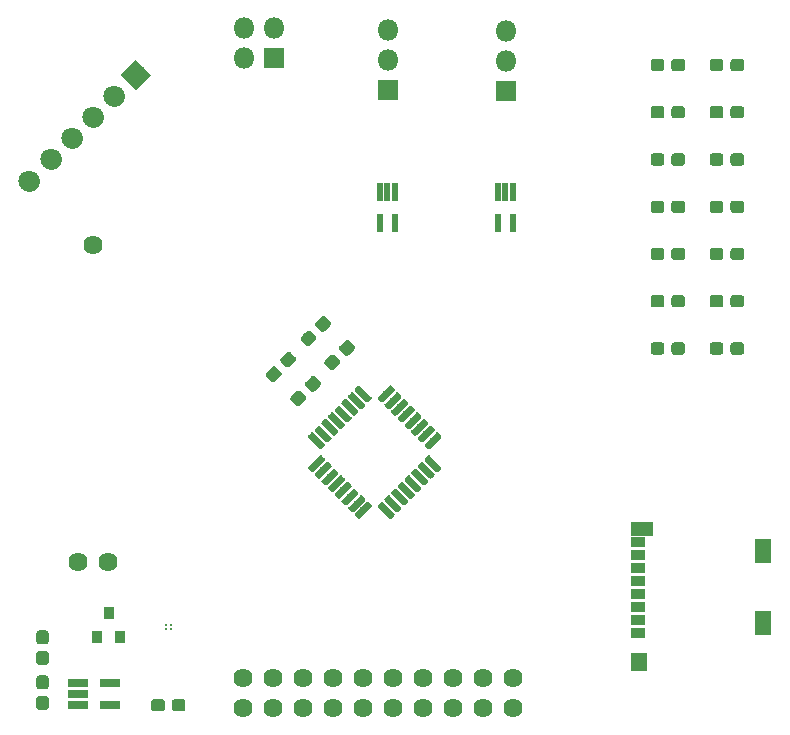
<source format=gbr>
%TF.GenerationSoftware,KiCad,Pcbnew,(5.1.4)-1*%
%TF.CreationDate,2020-10-28T09:08:47+02:00*%
%TF.ProjectId,Borta Dators,426f7274-6120-4446-9174-6f72732e6b69,rev?*%
%TF.SameCoordinates,Original*%
%TF.FileFunction,Soldermask,Top*%
%TF.FilePolarity,Negative*%
%FSLAX46Y46*%
G04 Gerber Fmt 4.6, Leading zero omitted, Abs format (unit mm)*
G04 Created by KiCad (PCBNEW (5.1.4)-1) date 2020-10-28 09:08:47*
%MOMM*%
%LPD*%
G04 APERTURE LIST*
%ADD10C,1.624000*%
%ADD11C,0.100000*%
%ADD12C,1.050000*%
%ADD13C,1.800000*%
%ADD14C,1.800000*%
%ADD15R,1.200000X0.850000*%
%ADD16R,1.200000X0.950000*%
%ADD17R,1.900000X1.270000*%
%ADD18R,1.450000X1.650000*%
%ADD19R,1.450000X2.000000*%
%ADD20R,0.900000X1.000000*%
%ADD21O,1.800000X1.800000*%
%ADD22R,1.800000X1.800000*%
%ADD23R,0.500000X1.600000*%
%ADD24R,1.660000X0.750000*%
%ADD25C,0.300000*%
%ADD26C,0.600000*%
G04 APERTURE END LIST*
D10*
%TO.C,J3*%
X103570000Y-110770000D03*
X103570000Y-108230000D03*
X106110000Y-108230000D03*
X108650000Y-108230000D03*
X111190000Y-108230000D03*
X113730000Y-108230000D03*
X116270000Y-108230000D03*
X118810000Y-108230000D03*
X121350000Y-108230000D03*
X123890000Y-108230000D03*
X126430000Y-108230000D03*
X126430000Y-110770000D03*
X123890000Y-110770000D03*
X121350000Y-110770000D03*
X118810000Y-110770000D03*
X116270000Y-110770000D03*
X113730000Y-110770000D03*
X111190000Y-110770000D03*
X108650000Y-110770000D03*
X106110000Y-110770000D03*
%TD*%
%TO.C,BT1*%
X90890000Y-71550000D03*
X89620000Y-98450000D03*
X92160000Y-98450000D03*
%TD*%
D11*
%TO.C,C1*%
G36*
X86902229Y-109775264D02*
G01*
X86927711Y-109779044D01*
X86952700Y-109785303D01*
X86976954Y-109793982D01*
X87000242Y-109804996D01*
X87022337Y-109818239D01*
X87043028Y-109833585D01*
X87062116Y-109850884D01*
X87079415Y-109869972D01*
X87094761Y-109890663D01*
X87108004Y-109912758D01*
X87119018Y-109936046D01*
X87127697Y-109960300D01*
X87133956Y-109985289D01*
X87137736Y-110010771D01*
X87139000Y-110036500D01*
X87139000Y-110661500D01*
X87137736Y-110687229D01*
X87133956Y-110712711D01*
X87127697Y-110737700D01*
X87119018Y-110761954D01*
X87108004Y-110785242D01*
X87094761Y-110807337D01*
X87079415Y-110828028D01*
X87062116Y-110847116D01*
X87043028Y-110864415D01*
X87022337Y-110879761D01*
X87000242Y-110893004D01*
X86976954Y-110904018D01*
X86952700Y-110912697D01*
X86927711Y-110918956D01*
X86902229Y-110922736D01*
X86876500Y-110924000D01*
X86351500Y-110924000D01*
X86325771Y-110922736D01*
X86300289Y-110918956D01*
X86275300Y-110912697D01*
X86251046Y-110904018D01*
X86227758Y-110893004D01*
X86205663Y-110879761D01*
X86184972Y-110864415D01*
X86165884Y-110847116D01*
X86148585Y-110828028D01*
X86133239Y-110807337D01*
X86119996Y-110785242D01*
X86108982Y-110761954D01*
X86100303Y-110737700D01*
X86094044Y-110712711D01*
X86090264Y-110687229D01*
X86089000Y-110661500D01*
X86089000Y-110036500D01*
X86090264Y-110010771D01*
X86094044Y-109985289D01*
X86100303Y-109960300D01*
X86108982Y-109936046D01*
X86119996Y-109912758D01*
X86133239Y-109890663D01*
X86148585Y-109869972D01*
X86165884Y-109850884D01*
X86184972Y-109833585D01*
X86205663Y-109818239D01*
X86227758Y-109804996D01*
X86251046Y-109793982D01*
X86275300Y-109785303D01*
X86300289Y-109779044D01*
X86325771Y-109775264D01*
X86351500Y-109774000D01*
X86876500Y-109774000D01*
X86902229Y-109775264D01*
X86902229Y-109775264D01*
G37*
D12*
X86614000Y-110349000D03*
D11*
G36*
X86902229Y-108025264D02*
G01*
X86927711Y-108029044D01*
X86952700Y-108035303D01*
X86976954Y-108043982D01*
X87000242Y-108054996D01*
X87022337Y-108068239D01*
X87043028Y-108083585D01*
X87062116Y-108100884D01*
X87079415Y-108119972D01*
X87094761Y-108140663D01*
X87108004Y-108162758D01*
X87119018Y-108186046D01*
X87127697Y-108210300D01*
X87133956Y-108235289D01*
X87137736Y-108260771D01*
X87139000Y-108286500D01*
X87139000Y-108911500D01*
X87137736Y-108937229D01*
X87133956Y-108962711D01*
X87127697Y-108987700D01*
X87119018Y-109011954D01*
X87108004Y-109035242D01*
X87094761Y-109057337D01*
X87079415Y-109078028D01*
X87062116Y-109097116D01*
X87043028Y-109114415D01*
X87022337Y-109129761D01*
X87000242Y-109143004D01*
X86976954Y-109154018D01*
X86952700Y-109162697D01*
X86927711Y-109168956D01*
X86902229Y-109172736D01*
X86876500Y-109174000D01*
X86351500Y-109174000D01*
X86325771Y-109172736D01*
X86300289Y-109168956D01*
X86275300Y-109162697D01*
X86251046Y-109154018D01*
X86227758Y-109143004D01*
X86205663Y-109129761D01*
X86184972Y-109114415D01*
X86165884Y-109097116D01*
X86148585Y-109078028D01*
X86133239Y-109057337D01*
X86119996Y-109035242D01*
X86108982Y-109011954D01*
X86100303Y-108987700D01*
X86094044Y-108962711D01*
X86090264Y-108937229D01*
X86089000Y-108911500D01*
X86089000Y-108286500D01*
X86090264Y-108260771D01*
X86094044Y-108235289D01*
X86100303Y-108210300D01*
X86108982Y-108186046D01*
X86119996Y-108162758D01*
X86133239Y-108140663D01*
X86148585Y-108119972D01*
X86165884Y-108100884D01*
X86184972Y-108083585D01*
X86205663Y-108068239D01*
X86227758Y-108054996D01*
X86251046Y-108043982D01*
X86275300Y-108035303D01*
X86300289Y-108029044D01*
X86325771Y-108025264D01*
X86351500Y-108024000D01*
X86876500Y-108024000D01*
X86902229Y-108025264D01*
X86902229Y-108025264D01*
G37*
D12*
X86614000Y-108599000D03*
%TD*%
D11*
%TO.C,C2*%
G36*
X109186648Y-78817896D02*
G01*
X109212130Y-78821676D01*
X109237119Y-78827935D01*
X109261373Y-78836614D01*
X109284661Y-78847628D01*
X109306756Y-78860871D01*
X109327447Y-78876217D01*
X109346535Y-78893516D01*
X109717766Y-79264747D01*
X109735065Y-79283835D01*
X109750411Y-79304526D01*
X109763654Y-79326621D01*
X109774668Y-79349909D01*
X109783347Y-79374163D01*
X109789606Y-79399152D01*
X109793386Y-79424634D01*
X109794650Y-79450363D01*
X109793386Y-79476092D01*
X109789606Y-79501574D01*
X109783347Y-79526563D01*
X109774668Y-79550817D01*
X109763654Y-79574105D01*
X109750411Y-79596200D01*
X109735065Y-79616891D01*
X109717766Y-79635979D01*
X109275825Y-80077920D01*
X109256737Y-80095219D01*
X109236046Y-80110565D01*
X109213951Y-80123808D01*
X109190663Y-80134822D01*
X109166409Y-80143501D01*
X109141420Y-80149760D01*
X109115938Y-80153540D01*
X109090209Y-80154804D01*
X109064480Y-80153540D01*
X109038998Y-80149760D01*
X109014009Y-80143501D01*
X108989755Y-80134822D01*
X108966467Y-80123808D01*
X108944372Y-80110565D01*
X108923681Y-80095219D01*
X108904593Y-80077920D01*
X108533362Y-79706689D01*
X108516063Y-79687601D01*
X108500717Y-79666910D01*
X108487474Y-79644815D01*
X108476460Y-79621527D01*
X108467781Y-79597273D01*
X108461522Y-79572284D01*
X108457742Y-79546802D01*
X108456478Y-79521073D01*
X108457742Y-79495344D01*
X108461522Y-79469862D01*
X108467781Y-79444873D01*
X108476460Y-79420619D01*
X108487474Y-79397331D01*
X108500717Y-79375236D01*
X108516063Y-79354545D01*
X108533362Y-79335457D01*
X108975303Y-78893516D01*
X108994391Y-78876217D01*
X109015082Y-78860871D01*
X109037177Y-78847628D01*
X109060465Y-78836614D01*
X109084719Y-78827935D01*
X109109708Y-78821676D01*
X109135190Y-78817896D01*
X109160919Y-78816632D01*
X109186648Y-78817896D01*
X109186648Y-78817896D01*
G37*
D12*
X109125564Y-79485718D03*
D11*
G36*
X110424084Y-77580460D02*
G01*
X110449566Y-77584240D01*
X110474555Y-77590499D01*
X110498809Y-77599178D01*
X110522097Y-77610192D01*
X110544192Y-77623435D01*
X110564883Y-77638781D01*
X110583971Y-77656080D01*
X110955202Y-78027311D01*
X110972501Y-78046399D01*
X110987847Y-78067090D01*
X111001090Y-78089185D01*
X111012104Y-78112473D01*
X111020783Y-78136727D01*
X111027042Y-78161716D01*
X111030822Y-78187198D01*
X111032086Y-78212927D01*
X111030822Y-78238656D01*
X111027042Y-78264138D01*
X111020783Y-78289127D01*
X111012104Y-78313381D01*
X111001090Y-78336669D01*
X110987847Y-78358764D01*
X110972501Y-78379455D01*
X110955202Y-78398543D01*
X110513261Y-78840484D01*
X110494173Y-78857783D01*
X110473482Y-78873129D01*
X110451387Y-78886372D01*
X110428099Y-78897386D01*
X110403845Y-78906065D01*
X110378856Y-78912324D01*
X110353374Y-78916104D01*
X110327645Y-78917368D01*
X110301916Y-78916104D01*
X110276434Y-78912324D01*
X110251445Y-78906065D01*
X110227191Y-78897386D01*
X110203903Y-78886372D01*
X110181808Y-78873129D01*
X110161117Y-78857783D01*
X110142029Y-78840484D01*
X109770798Y-78469253D01*
X109753499Y-78450165D01*
X109738153Y-78429474D01*
X109724910Y-78407379D01*
X109713896Y-78384091D01*
X109705217Y-78359837D01*
X109698958Y-78334848D01*
X109695178Y-78309366D01*
X109693914Y-78283637D01*
X109695178Y-78257908D01*
X109698958Y-78232426D01*
X109705217Y-78207437D01*
X109713896Y-78183183D01*
X109724910Y-78159895D01*
X109738153Y-78137800D01*
X109753499Y-78117109D01*
X109770798Y-78098021D01*
X110212739Y-77656080D01*
X110231827Y-77638781D01*
X110252518Y-77623435D01*
X110274613Y-77610192D01*
X110297901Y-77599178D01*
X110322155Y-77590499D01*
X110347144Y-77584240D01*
X110372626Y-77580460D01*
X110398355Y-77579196D01*
X110424084Y-77580460D01*
X110424084Y-77580460D01*
G37*
D12*
X110363000Y-78248282D03*
%TD*%
D11*
%TO.C,C3*%
G36*
X111202366Y-80849896D02*
G01*
X111227848Y-80853676D01*
X111252837Y-80859935D01*
X111277091Y-80868614D01*
X111300379Y-80879628D01*
X111322474Y-80892871D01*
X111343165Y-80908217D01*
X111362253Y-80925516D01*
X111733484Y-81296747D01*
X111750783Y-81315835D01*
X111766129Y-81336526D01*
X111779372Y-81358621D01*
X111790386Y-81381909D01*
X111799065Y-81406163D01*
X111805324Y-81431152D01*
X111809104Y-81456634D01*
X111810368Y-81482363D01*
X111809104Y-81508092D01*
X111805324Y-81533574D01*
X111799065Y-81558563D01*
X111790386Y-81582817D01*
X111779372Y-81606105D01*
X111766129Y-81628200D01*
X111750783Y-81648891D01*
X111733484Y-81667979D01*
X111291543Y-82109920D01*
X111272455Y-82127219D01*
X111251764Y-82142565D01*
X111229669Y-82155808D01*
X111206381Y-82166822D01*
X111182127Y-82175501D01*
X111157138Y-82181760D01*
X111131656Y-82185540D01*
X111105927Y-82186804D01*
X111080198Y-82185540D01*
X111054716Y-82181760D01*
X111029727Y-82175501D01*
X111005473Y-82166822D01*
X110982185Y-82155808D01*
X110960090Y-82142565D01*
X110939399Y-82127219D01*
X110920311Y-82109920D01*
X110549080Y-81738689D01*
X110531781Y-81719601D01*
X110516435Y-81698910D01*
X110503192Y-81676815D01*
X110492178Y-81653527D01*
X110483499Y-81629273D01*
X110477240Y-81604284D01*
X110473460Y-81578802D01*
X110472196Y-81553073D01*
X110473460Y-81527344D01*
X110477240Y-81501862D01*
X110483499Y-81476873D01*
X110492178Y-81452619D01*
X110503192Y-81429331D01*
X110516435Y-81407236D01*
X110531781Y-81386545D01*
X110549080Y-81367457D01*
X110991021Y-80925516D01*
X111010109Y-80908217D01*
X111030800Y-80892871D01*
X111052895Y-80879628D01*
X111076183Y-80868614D01*
X111100437Y-80859935D01*
X111125426Y-80853676D01*
X111150908Y-80849896D01*
X111176637Y-80848632D01*
X111202366Y-80849896D01*
X111202366Y-80849896D01*
G37*
D12*
X111141282Y-81517718D03*
D11*
G36*
X112439802Y-79612460D02*
G01*
X112465284Y-79616240D01*
X112490273Y-79622499D01*
X112514527Y-79631178D01*
X112537815Y-79642192D01*
X112559910Y-79655435D01*
X112580601Y-79670781D01*
X112599689Y-79688080D01*
X112970920Y-80059311D01*
X112988219Y-80078399D01*
X113003565Y-80099090D01*
X113016808Y-80121185D01*
X113027822Y-80144473D01*
X113036501Y-80168727D01*
X113042760Y-80193716D01*
X113046540Y-80219198D01*
X113047804Y-80244927D01*
X113046540Y-80270656D01*
X113042760Y-80296138D01*
X113036501Y-80321127D01*
X113027822Y-80345381D01*
X113016808Y-80368669D01*
X113003565Y-80390764D01*
X112988219Y-80411455D01*
X112970920Y-80430543D01*
X112528979Y-80872484D01*
X112509891Y-80889783D01*
X112489200Y-80905129D01*
X112467105Y-80918372D01*
X112443817Y-80929386D01*
X112419563Y-80938065D01*
X112394574Y-80944324D01*
X112369092Y-80948104D01*
X112343363Y-80949368D01*
X112317634Y-80948104D01*
X112292152Y-80944324D01*
X112267163Y-80938065D01*
X112242909Y-80929386D01*
X112219621Y-80918372D01*
X112197526Y-80905129D01*
X112176835Y-80889783D01*
X112157747Y-80872484D01*
X111786516Y-80501253D01*
X111769217Y-80482165D01*
X111753871Y-80461474D01*
X111740628Y-80439379D01*
X111729614Y-80416091D01*
X111720935Y-80391837D01*
X111714676Y-80366848D01*
X111710896Y-80341366D01*
X111709632Y-80315637D01*
X111710896Y-80289908D01*
X111714676Y-80264426D01*
X111720935Y-80239437D01*
X111729614Y-80215183D01*
X111740628Y-80191895D01*
X111753871Y-80169800D01*
X111769217Y-80149109D01*
X111786516Y-80130021D01*
X112228457Y-79688080D01*
X112247545Y-79670781D01*
X112268236Y-79655435D01*
X112290331Y-79642192D01*
X112313619Y-79631178D01*
X112337873Y-79622499D01*
X112362862Y-79616240D01*
X112388344Y-79612460D01*
X112414073Y-79611196D01*
X112439802Y-79612460D01*
X112439802Y-79612460D01*
G37*
D12*
X112378718Y-80280282D03*
%TD*%
D11*
%TO.C,C4*%
G36*
X107486802Y-80612178D02*
G01*
X107512284Y-80615958D01*
X107537273Y-80622217D01*
X107561527Y-80630896D01*
X107584815Y-80641910D01*
X107606910Y-80655153D01*
X107627601Y-80670499D01*
X107646689Y-80687798D01*
X108017920Y-81059029D01*
X108035219Y-81078117D01*
X108050565Y-81098808D01*
X108063808Y-81120903D01*
X108074822Y-81144191D01*
X108083501Y-81168445D01*
X108089760Y-81193434D01*
X108093540Y-81218916D01*
X108094804Y-81244645D01*
X108093540Y-81270374D01*
X108089760Y-81295856D01*
X108083501Y-81320845D01*
X108074822Y-81345099D01*
X108063808Y-81368387D01*
X108050565Y-81390482D01*
X108035219Y-81411173D01*
X108017920Y-81430261D01*
X107575979Y-81872202D01*
X107556891Y-81889501D01*
X107536200Y-81904847D01*
X107514105Y-81918090D01*
X107490817Y-81929104D01*
X107466563Y-81937783D01*
X107441574Y-81944042D01*
X107416092Y-81947822D01*
X107390363Y-81949086D01*
X107364634Y-81947822D01*
X107339152Y-81944042D01*
X107314163Y-81937783D01*
X107289909Y-81929104D01*
X107266621Y-81918090D01*
X107244526Y-81904847D01*
X107223835Y-81889501D01*
X107204747Y-81872202D01*
X106833516Y-81500971D01*
X106816217Y-81481883D01*
X106800871Y-81461192D01*
X106787628Y-81439097D01*
X106776614Y-81415809D01*
X106767935Y-81391555D01*
X106761676Y-81366566D01*
X106757896Y-81341084D01*
X106756632Y-81315355D01*
X106757896Y-81289626D01*
X106761676Y-81264144D01*
X106767935Y-81239155D01*
X106776614Y-81214901D01*
X106787628Y-81191613D01*
X106800871Y-81169518D01*
X106816217Y-81148827D01*
X106833516Y-81129739D01*
X107275457Y-80687798D01*
X107294545Y-80670499D01*
X107315236Y-80655153D01*
X107337331Y-80641910D01*
X107360619Y-80630896D01*
X107384873Y-80622217D01*
X107409862Y-80615958D01*
X107435344Y-80612178D01*
X107461073Y-80610914D01*
X107486802Y-80612178D01*
X107486802Y-80612178D01*
G37*
D12*
X107425718Y-81280000D03*
D11*
G36*
X106249366Y-81849614D02*
G01*
X106274848Y-81853394D01*
X106299837Y-81859653D01*
X106324091Y-81868332D01*
X106347379Y-81879346D01*
X106369474Y-81892589D01*
X106390165Y-81907935D01*
X106409253Y-81925234D01*
X106780484Y-82296465D01*
X106797783Y-82315553D01*
X106813129Y-82336244D01*
X106826372Y-82358339D01*
X106837386Y-82381627D01*
X106846065Y-82405881D01*
X106852324Y-82430870D01*
X106856104Y-82456352D01*
X106857368Y-82482081D01*
X106856104Y-82507810D01*
X106852324Y-82533292D01*
X106846065Y-82558281D01*
X106837386Y-82582535D01*
X106826372Y-82605823D01*
X106813129Y-82627918D01*
X106797783Y-82648609D01*
X106780484Y-82667697D01*
X106338543Y-83109638D01*
X106319455Y-83126937D01*
X106298764Y-83142283D01*
X106276669Y-83155526D01*
X106253381Y-83166540D01*
X106229127Y-83175219D01*
X106204138Y-83181478D01*
X106178656Y-83185258D01*
X106152927Y-83186522D01*
X106127198Y-83185258D01*
X106101716Y-83181478D01*
X106076727Y-83175219D01*
X106052473Y-83166540D01*
X106029185Y-83155526D01*
X106007090Y-83142283D01*
X105986399Y-83126937D01*
X105967311Y-83109638D01*
X105596080Y-82738407D01*
X105578781Y-82719319D01*
X105563435Y-82698628D01*
X105550192Y-82676533D01*
X105539178Y-82653245D01*
X105530499Y-82628991D01*
X105524240Y-82604002D01*
X105520460Y-82578520D01*
X105519196Y-82552791D01*
X105520460Y-82527062D01*
X105524240Y-82501580D01*
X105530499Y-82476591D01*
X105539178Y-82452337D01*
X105550192Y-82429049D01*
X105563435Y-82406954D01*
X105578781Y-82386263D01*
X105596080Y-82367175D01*
X106038021Y-81925234D01*
X106057109Y-81907935D01*
X106077800Y-81892589D01*
X106099895Y-81879346D01*
X106123183Y-81868332D01*
X106147437Y-81859653D01*
X106172426Y-81853394D01*
X106197908Y-81849614D01*
X106223637Y-81848350D01*
X106249366Y-81849614D01*
X106249366Y-81849614D01*
G37*
D12*
X106188282Y-82517436D03*
%TD*%
D11*
%TO.C,D1*%
G36*
X144023229Y-55816264D02*
G01*
X144048711Y-55820044D01*
X144073700Y-55826303D01*
X144097954Y-55834982D01*
X144121242Y-55845996D01*
X144143337Y-55859239D01*
X144164028Y-55874585D01*
X144183116Y-55891884D01*
X144200415Y-55910972D01*
X144215761Y-55931663D01*
X144229004Y-55953758D01*
X144240018Y-55977046D01*
X144248697Y-56001300D01*
X144254956Y-56026289D01*
X144258736Y-56051771D01*
X144260000Y-56077500D01*
X144260000Y-56602500D01*
X144258736Y-56628229D01*
X144254956Y-56653711D01*
X144248697Y-56678700D01*
X144240018Y-56702954D01*
X144229004Y-56726242D01*
X144215761Y-56748337D01*
X144200415Y-56769028D01*
X144183116Y-56788116D01*
X144164028Y-56805415D01*
X144143337Y-56820761D01*
X144121242Y-56834004D01*
X144097954Y-56845018D01*
X144073700Y-56853697D01*
X144048711Y-56859956D01*
X144023229Y-56863736D01*
X143997500Y-56865000D01*
X143372500Y-56865000D01*
X143346771Y-56863736D01*
X143321289Y-56859956D01*
X143296300Y-56853697D01*
X143272046Y-56845018D01*
X143248758Y-56834004D01*
X143226663Y-56820761D01*
X143205972Y-56805415D01*
X143186884Y-56788116D01*
X143169585Y-56769028D01*
X143154239Y-56748337D01*
X143140996Y-56726242D01*
X143129982Y-56702954D01*
X143121303Y-56678700D01*
X143115044Y-56653711D01*
X143111264Y-56628229D01*
X143110000Y-56602500D01*
X143110000Y-56077500D01*
X143111264Y-56051771D01*
X143115044Y-56026289D01*
X143121303Y-56001300D01*
X143129982Y-55977046D01*
X143140996Y-55953758D01*
X143154239Y-55931663D01*
X143169585Y-55910972D01*
X143186884Y-55891884D01*
X143205972Y-55874585D01*
X143226663Y-55859239D01*
X143248758Y-55845996D01*
X143272046Y-55834982D01*
X143296300Y-55826303D01*
X143321289Y-55820044D01*
X143346771Y-55816264D01*
X143372500Y-55815000D01*
X143997500Y-55815000D01*
X144023229Y-55816264D01*
X144023229Y-55816264D01*
G37*
D12*
X143685000Y-56340000D03*
D11*
G36*
X145773229Y-55816264D02*
G01*
X145798711Y-55820044D01*
X145823700Y-55826303D01*
X145847954Y-55834982D01*
X145871242Y-55845996D01*
X145893337Y-55859239D01*
X145914028Y-55874585D01*
X145933116Y-55891884D01*
X145950415Y-55910972D01*
X145965761Y-55931663D01*
X145979004Y-55953758D01*
X145990018Y-55977046D01*
X145998697Y-56001300D01*
X146004956Y-56026289D01*
X146008736Y-56051771D01*
X146010000Y-56077500D01*
X146010000Y-56602500D01*
X146008736Y-56628229D01*
X146004956Y-56653711D01*
X145998697Y-56678700D01*
X145990018Y-56702954D01*
X145979004Y-56726242D01*
X145965761Y-56748337D01*
X145950415Y-56769028D01*
X145933116Y-56788116D01*
X145914028Y-56805415D01*
X145893337Y-56820761D01*
X145871242Y-56834004D01*
X145847954Y-56845018D01*
X145823700Y-56853697D01*
X145798711Y-56859956D01*
X145773229Y-56863736D01*
X145747500Y-56865000D01*
X145122500Y-56865000D01*
X145096771Y-56863736D01*
X145071289Y-56859956D01*
X145046300Y-56853697D01*
X145022046Y-56845018D01*
X144998758Y-56834004D01*
X144976663Y-56820761D01*
X144955972Y-56805415D01*
X144936884Y-56788116D01*
X144919585Y-56769028D01*
X144904239Y-56748337D01*
X144890996Y-56726242D01*
X144879982Y-56702954D01*
X144871303Y-56678700D01*
X144865044Y-56653711D01*
X144861264Y-56628229D01*
X144860000Y-56602500D01*
X144860000Y-56077500D01*
X144861264Y-56051771D01*
X144865044Y-56026289D01*
X144871303Y-56001300D01*
X144879982Y-55977046D01*
X144890996Y-55953758D01*
X144904239Y-55931663D01*
X144919585Y-55910972D01*
X144936884Y-55891884D01*
X144955972Y-55874585D01*
X144976663Y-55859239D01*
X144998758Y-55845996D01*
X145022046Y-55834982D01*
X145046300Y-55826303D01*
X145071289Y-55820044D01*
X145096771Y-55816264D01*
X145122500Y-55815000D01*
X145747500Y-55815000D01*
X145773229Y-55816264D01*
X145773229Y-55816264D01*
G37*
D12*
X145435000Y-56340000D03*
%TD*%
D11*
%TO.C,D2*%
G36*
X145773229Y-59816264D02*
G01*
X145798711Y-59820044D01*
X145823700Y-59826303D01*
X145847954Y-59834982D01*
X145871242Y-59845996D01*
X145893337Y-59859239D01*
X145914028Y-59874585D01*
X145933116Y-59891884D01*
X145950415Y-59910972D01*
X145965761Y-59931663D01*
X145979004Y-59953758D01*
X145990018Y-59977046D01*
X145998697Y-60001300D01*
X146004956Y-60026289D01*
X146008736Y-60051771D01*
X146010000Y-60077500D01*
X146010000Y-60602500D01*
X146008736Y-60628229D01*
X146004956Y-60653711D01*
X145998697Y-60678700D01*
X145990018Y-60702954D01*
X145979004Y-60726242D01*
X145965761Y-60748337D01*
X145950415Y-60769028D01*
X145933116Y-60788116D01*
X145914028Y-60805415D01*
X145893337Y-60820761D01*
X145871242Y-60834004D01*
X145847954Y-60845018D01*
X145823700Y-60853697D01*
X145798711Y-60859956D01*
X145773229Y-60863736D01*
X145747500Y-60865000D01*
X145122500Y-60865000D01*
X145096771Y-60863736D01*
X145071289Y-60859956D01*
X145046300Y-60853697D01*
X145022046Y-60845018D01*
X144998758Y-60834004D01*
X144976663Y-60820761D01*
X144955972Y-60805415D01*
X144936884Y-60788116D01*
X144919585Y-60769028D01*
X144904239Y-60748337D01*
X144890996Y-60726242D01*
X144879982Y-60702954D01*
X144871303Y-60678700D01*
X144865044Y-60653711D01*
X144861264Y-60628229D01*
X144860000Y-60602500D01*
X144860000Y-60077500D01*
X144861264Y-60051771D01*
X144865044Y-60026289D01*
X144871303Y-60001300D01*
X144879982Y-59977046D01*
X144890996Y-59953758D01*
X144904239Y-59931663D01*
X144919585Y-59910972D01*
X144936884Y-59891884D01*
X144955972Y-59874585D01*
X144976663Y-59859239D01*
X144998758Y-59845996D01*
X145022046Y-59834982D01*
X145046300Y-59826303D01*
X145071289Y-59820044D01*
X145096771Y-59816264D01*
X145122500Y-59815000D01*
X145747500Y-59815000D01*
X145773229Y-59816264D01*
X145773229Y-59816264D01*
G37*
D12*
X145435000Y-60340000D03*
D11*
G36*
X144023229Y-59816264D02*
G01*
X144048711Y-59820044D01*
X144073700Y-59826303D01*
X144097954Y-59834982D01*
X144121242Y-59845996D01*
X144143337Y-59859239D01*
X144164028Y-59874585D01*
X144183116Y-59891884D01*
X144200415Y-59910972D01*
X144215761Y-59931663D01*
X144229004Y-59953758D01*
X144240018Y-59977046D01*
X144248697Y-60001300D01*
X144254956Y-60026289D01*
X144258736Y-60051771D01*
X144260000Y-60077500D01*
X144260000Y-60602500D01*
X144258736Y-60628229D01*
X144254956Y-60653711D01*
X144248697Y-60678700D01*
X144240018Y-60702954D01*
X144229004Y-60726242D01*
X144215761Y-60748337D01*
X144200415Y-60769028D01*
X144183116Y-60788116D01*
X144164028Y-60805415D01*
X144143337Y-60820761D01*
X144121242Y-60834004D01*
X144097954Y-60845018D01*
X144073700Y-60853697D01*
X144048711Y-60859956D01*
X144023229Y-60863736D01*
X143997500Y-60865000D01*
X143372500Y-60865000D01*
X143346771Y-60863736D01*
X143321289Y-60859956D01*
X143296300Y-60853697D01*
X143272046Y-60845018D01*
X143248758Y-60834004D01*
X143226663Y-60820761D01*
X143205972Y-60805415D01*
X143186884Y-60788116D01*
X143169585Y-60769028D01*
X143154239Y-60748337D01*
X143140996Y-60726242D01*
X143129982Y-60702954D01*
X143121303Y-60678700D01*
X143115044Y-60653711D01*
X143111264Y-60628229D01*
X143110000Y-60602500D01*
X143110000Y-60077500D01*
X143111264Y-60051771D01*
X143115044Y-60026289D01*
X143121303Y-60001300D01*
X143129982Y-59977046D01*
X143140996Y-59953758D01*
X143154239Y-59931663D01*
X143169585Y-59910972D01*
X143186884Y-59891884D01*
X143205972Y-59874585D01*
X143226663Y-59859239D01*
X143248758Y-59845996D01*
X143272046Y-59834982D01*
X143296300Y-59826303D01*
X143321289Y-59820044D01*
X143346771Y-59816264D01*
X143372500Y-59815000D01*
X143997500Y-59815000D01*
X144023229Y-59816264D01*
X144023229Y-59816264D01*
G37*
D12*
X143685000Y-60340000D03*
%TD*%
D11*
%TO.C,D3*%
G36*
X145773229Y-63816264D02*
G01*
X145798711Y-63820044D01*
X145823700Y-63826303D01*
X145847954Y-63834982D01*
X145871242Y-63845996D01*
X145893337Y-63859239D01*
X145914028Y-63874585D01*
X145933116Y-63891884D01*
X145950415Y-63910972D01*
X145965761Y-63931663D01*
X145979004Y-63953758D01*
X145990018Y-63977046D01*
X145998697Y-64001300D01*
X146004956Y-64026289D01*
X146008736Y-64051771D01*
X146010000Y-64077500D01*
X146010000Y-64602500D01*
X146008736Y-64628229D01*
X146004956Y-64653711D01*
X145998697Y-64678700D01*
X145990018Y-64702954D01*
X145979004Y-64726242D01*
X145965761Y-64748337D01*
X145950415Y-64769028D01*
X145933116Y-64788116D01*
X145914028Y-64805415D01*
X145893337Y-64820761D01*
X145871242Y-64834004D01*
X145847954Y-64845018D01*
X145823700Y-64853697D01*
X145798711Y-64859956D01*
X145773229Y-64863736D01*
X145747500Y-64865000D01*
X145122500Y-64865000D01*
X145096771Y-64863736D01*
X145071289Y-64859956D01*
X145046300Y-64853697D01*
X145022046Y-64845018D01*
X144998758Y-64834004D01*
X144976663Y-64820761D01*
X144955972Y-64805415D01*
X144936884Y-64788116D01*
X144919585Y-64769028D01*
X144904239Y-64748337D01*
X144890996Y-64726242D01*
X144879982Y-64702954D01*
X144871303Y-64678700D01*
X144865044Y-64653711D01*
X144861264Y-64628229D01*
X144860000Y-64602500D01*
X144860000Y-64077500D01*
X144861264Y-64051771D01*
X144865044Y-64026289D01*
X144871303Y-64001300D01*
X144879982Y-63977046D01*
X144890996Y-63953758D01*
X144904239Y-63931663D01*
X144919585Y-63910972D01*
X144936884Y-63891884D01*
X144955972Y-63874585D01*
X144976663Y-63859239D01*
X144998758Y-63845996D01*
X145022046Y-63834982D01*
X145046300Y-63826303D01*
X145071289Y-63820044D01*
X145096771Y-63816264D01*
X145122500Y-63815000D01*
X145747500Y-63815000D01*
X145773229Y-63816264D01*
X145773229Y-63816264D01*
G37*
D12*
X145435000Y-64340000D03*
D11*
G36*
X144023229Y-63816264D02*
G01*
X144048711Y-63820044D01*
X144073700Y-63826303D01*
X144097954Y-63834982D01*
X144121242Y-63845996D01*
X144143337Y-63859239D01*
X144164028Y-63874585D01*
X144183116Y-63891884D01*
X144200415Y-63910972D01*
X144215761Y-63931663D01*
X144229004Y-63953758D01*
X144240018Y-63977046D01*
X144248697Y-64001300D01*
X144254956Y-64026289D01*
X144258736Y-64051771D01*
X144260000Y-64077500D01*
X144260000Y-64602500D01*
X144258736Y-64628229D01*
X144254956Y-64653711D01*
X144248697Y-64678700D01*
X144240018Y-64702954D01*
X144229004Y-64726242D01*
X144215761Y-64748337D01*
X144200415Y-64769028D01*
X144183116Y-64788116D01*
X144164028Y-64805415D01*
X144143337Y-64820761D01*
X144121242Y-64834004D01*
X144097954Y-64845018D01*
X144073700Y-64853697D01*
X144048711Y-64859956D01*
X144023229Y-64863736D01*
X143997500Y-64865000D01*
X143372500Y-64865000D01*
X143346771Y-64863736D01*
X143321289Y-64859956D01*
X143296300Y-64853697D01*
X143272046Y-64845018D01*
X143248758Y-64834004D01*
X143226663Y-64820761D01*
X143205972Y-64805415D01*
X143186884Y-64788116D01*
X143169585Y-64769028D01*
X143154239Y-64748337D01*
X143140996Y-64726242D01*
X143129982Y-64702954D01*
X143121303Y-64678700D01*
X143115044Y-64653711D01*
X143111264Y-64628229D01*
X143110000Y-64602500D01*
X143110000Y-64077500D01*
X143111264Y-64051771D01*
X143115044Y-64026289D01*
X143121303Y-64001300D01*
X143129982Y-63977046D01*
X143140996Y-63953758D01*
X143154239Y-63931663D01*
X143169585Y-63910972D01*
X143186884Y-63891884D01*
X143205972Y-63874585D01*
X143226663Y-63859239D01*
X143248758Y-63845996D01*
X143272046Y-63834982D01*
X143296300Y-63826303D01*
X143321289Y-63820044D01*
X143346771Y-63816264D01*
X143372500Y-63815000D01*
X143997500Y-63815000D01*
X144023229Y-63816264D01*
X144023229Y-63816264D01*
G37*
D12*
X143685000Y-64340000D03*
%TD*%
D11*
%TO.C,D4*%
G36*
X145773229Y-67816264D02*
G01*
X145798711Y-67820044D01*
X145823700Y-67826303D01*
X145847954Y-67834982D01*
X145871242Y-67845996D01*
X145893337Y-67859239D01*
X145914028Y-67874585D01*
X145933116Y-67891884D01*
X145950415Y-67910972D01*
X145965761Y-67931663D01*
X145979004Y-67953758D01*
X145990018Y-67977046D01*
X145998697Y-68001300D01*
X146004956Y-68026289D01*
X146008736Y-68051771D01*
X146010000Y-68077500D01*
X146010000Y-68602500D01*
X146008736Y-68628229D01*
X146004956Y-68653711D01*
X145998697Y-68678700D01*
X145990018Y-68702954D01*
X145979004Y-68726242D01*
X145965761Y-68748337D01*
X145950415Y-68769028D01*
X145933116Y-68788116D01*
X145914028Y-68805415D01*
X145893337Y-68820761D01*
X145871242Y-68834004D01*
X145847954Y-68845018D01*
X145823700Y-68853697D01*
X145798711Y-68859956D01*
X145773229Y-68863736D01*
X145747500Y-68865000D01*
X145122500Y-68865000D01*
X145096771Y-68863736D01*
X145071289Y-68859956D01*
X145046300Y-68853697D01*
X145022046Y-68845018D01*
X144998758Y-68834004D01*
X144976663Y-68820761D01*
X144955972Y-68805415D01*
X144936884Y-68788116D01*
X144919585Y-68769028D01*
X144904239Y-68748337D01*
X144890996Y-68726242D01*
X144879982Y-68702954D01*
X144871303Y-68678700D01*
X144865044Y-68653711D01*
X144861264Y-68628229D01*
X144860000Y-68602500D01*
X144860000Y-68077500D01*
X144861264Y-68051771D01*
X144865044Y-68026289D01*
X144871303Y-68001300D01*
X144879982Y-67977046D01*
X144890996Y-67953758D01*
X144904239Y-67931663D01*
X144919585Y-67910972D01*
X144936884Y-67891884D01*
X144955972Y-67874585D01*
X144976663Y-67859239D01*
X144998758Y-67845996D01*
X145022046Y-67834982D01*
X145046300Y-67826303D01*
X145071289Y-67820044D01*
X145096771Y-67816264D01*
X145122500Y-67815000D01*
X145747500Y-67815000D01*
X145773229Y-67816264D01*
X145773229Y-67816264D01*
G37*
D12*
X145435000Y-68340000D03*
D11*
G36*
X144023229Y-67816264D02*
G01*
X144048711Y-67820044D01*
X144073700Y-67826303D01*
X144097954Y-67834982D01*
X144121242Y-67845996D01*
X144143337Y-67859239D01*
X144164028Y-67874585D01*
X144183116Y-67891884D01*
X144200415Y-67910972D01*
X144215761Y-67931663D01*
X144229004Y-67953758D01*
X144240018Y-67977046D01*
X144248697Y-68001300D01*
X144254956Y-68026289D01*
X144258736Y-68051771D01*
X144260000Y-68077500D01*
X144260000Y-68602500D01*
X144258736Y-68628229D01*
X144254956Y-68653711D01*
X144248697Y-68678700D01*
X144240018Y-68702954D01*
X144229004Y-68726242D01*
X144215761Y-68748337D01*
X144200415Y-68769028D01*
X144183116Y-68788116D01*
X144164028Y-68805415D01*
X144143337Y-68820761D01*
X144121242Y-68834004D01*
X144097954Y-68845018D01*
X144073700Y-68853697D01*
X144048711Y-68859956D01*
X144023229Y-68863736D01*
X143997500Y-68865000D01*
X143372500Y-68865000D01*
X143346771Y-68863736D01*
X143321289Y-68859956D01*
X143296300Y-68853697D01*
X143272046Y-68845018D01*
X143248758Y-68834004D01*
X143226663Y-68820761D01*
X143205972Y-68805415D01*
X143186884Y-68788116D01*
X143169585Y-68769028D01*
X143154239Y-68748337D01*
X143140996Y-68726242D01*
X143129982Y-68702954D01*
X143121303Y-68678700D01*
X143115044Y-68653711D01*
X143111264Y-68628229D01*
X143110000Y-68602500D01*
X143110000Y-68077500D01*
X143111264Y-68051771D01*
X143115044Y-68026289D01*
X143121303Y-68001300D01*
X143129982Y-67977046D01*
X143140996Y-67953758D01*
X143154239Y-67931663D01*
X143169585Y-67910972D01*
X143186884Y-67891884D01*
X143205972Y-67874585D01*
X143226663Y-67859239D01*
X143248758Y-67845996D01*
X143272046Y-67834982D01*
X143296300Y-67826303D01*
X143321289Y-67820044D01*
X143346771Y-67816264D01*
X143372500Y-67815000D01*
X143997500Y-67815000D01*
X144023229Y-67816264D01*
X144023229Y-67816264D01*
G37*
D12*
X143685000Y-68340000D03*
%TD*%
D11*
%TO.C,D5*%
G36*
X144023229Y-71816264D02*
G01*
X144048711Y-71820044D01*
X144073700Y-71826303D01*
X144097954Y-71834982D01*
X144121242Y-71845996D01*
X144143337Y-71859239D01*
X144164028Y-71874585D01*
X144183116Y-71891884D01*
X144200415Y-71910972D01*
X144215761Y-71931663D01*
X144229004Y-71953758D01*
X144240018Y-71977046D01*
X144248697Y-72001300D01*
X144254956Y-72026289D01*
X144258736Y-72051771D01*
X144260000Y-72077500D01*
X144260000Y-72602500D01*
X144258736Y-72628229D01*
X144254956Y-72653711D01*
X144248697Y-72678700D01*
X144240018Y-72702954D01*
X144229004Y-72726242D01*
X144215761Y-72748337D01*
X144200415Y-72769028D01*
X144183116Y-72788116D01*
X144164028Y-72805415D01*
X144143337Y-72820761D01*
X144121242Y-72834004D01*
X144097954Y-72845018D01*
X144073700Y-72853697D01*
X144048711Y-72859956D01*
X144023229Y-72863736D01*
X143997500Y-72865000D01*
X143372500Y-72865000D01*
X143346771Y-72863736D01*
X143321289Y-72859956D01*
X143296300Y-72853697D01*
X143272046Y-72845018D01*
X143248758Y-72834004D01*
X143226663Y-72820761D01*
X143205972Y-72805415D01*
X143186884Y-72788116D01*
X143169585Y-72769028D01*
X143154239Y-72748337D01*
X143140996Y-72726242D01*
X143129982Y-72702954D01*
X143121303Y-72678700D01*
X143115044Y-72653711D01*
X143111264Y-72628229D01*
X143110000Y-72602500D01*
X143110000Y-72077500D01*
X143111264Y-72051771D01*
X143115044Y-72026289D01*
X143121303Y-72001300D01*
X143129982Y-71977046D01*
X143140996Y-71953758D01*
X143154239Y-71931663D01*
X143169585Y-71910972D01*
X143186884Y-71891884D01*
X143205972Y-71874585D01*
X143226663Y-71859239D01*
X143248758Y-71845996D01*
X143272046Y-71834982D01*
X143296300Y-71826303D01*
X143321289Y-71820044D01*
X143346771Y-71816264D01*
X143372500Y-71815000D01*
X143997500Y-71815000D01*
X144023229Y-71816264D01*
X144023229Y-71816264D01*
G37*
D12*
X143685000Y-72340000D03*
D11*
G36*
X145773229Y-71816264D02*
G01*
X145798711Y-71820044D01*
X145823700Y-71826303D01*
X145847954Y-71834982D01*
X145871242Y-71845996D01*
X145893337Y-71859239D01*
X145914028Y-71874585D01*
X145933116Y-71891884D01*
X145950415Y-71910972D01*
X145965761Y-71931663D01*
X145979004Y-71953758D01*
X145990018Y-71977046D01*
X145998697Y-72001300D01*
X146004956Y-72026289D01*
X146008736Y-72051771D01*
X146010000Y-72077500D01*
X146010000Y-72602500D01*
X146008736Y-72628229D01*
X146004956Y-72653711D01*
X145998697Y-72678700D01*
X145990018Y-72702954D01*
X145979004Y-72726242D01*
X145965761Y-72748337D01*
X145950415Y-72769028D01*
X145933116Y-72788116D01*
X145914028Y-72805415D01*
X145893337Y-72820761D01*
X145871242Y-72834004D01*
X145847954Y-72845018D01*
X145823700Y-72853697D01*
X145798711Y-72859956D01*
X145773229Y-72863736D01*
X145747500Y-72865000D01*
X145122500Y-72865000D01*
X145096771Y-72863736D01*
X145071289Y-72859956D01*
X145046300Y-72853697D01*
X145022046Y-72845018D01*
X144998758Y-72834004D01*
X144976663Y-72820761D01*
X144955972Y-72805415D01*
X144936884Y-72788116D01*
X144919585Y-72769028D01*
X144904239Y-72748337D01*
X144890996Y-72726242D01*
X144879982Y-72702954D01*
X144871303Y-72678700D01*
X144865044Y-72653711D01*
X144861264Y-72628229D01*
X144860000Y-72602500D01*
X144860000Y-72077500D01*
X144861264Y-72051771D01*
X144865044Y-72026289D01*
X144871303Y-72001300D01*
X144879982Y-71977046D01*
X144890996Y-71953758D01*
X144904239Y-71931663D01*
X144919585Y-71910972D01*
X144936884Y-71891884D01*
X144955972Y-71874585D01*
X144976663Y-71859239D01*
X144998758Y-71845996D01*
X145022046Y-71834982D01*
X145046300Y-71826303D01*
X145071289Y-71820044D01*
X145096771Y-71816264D01*
X145122500Y-71815000D01*
X145747500Y-71815000D01*
X145773229Y-71816264D01*
X145773229Y-71816264D01*
G37*
D12*
X145435000Y-72340000D03*
%TD*%
D11*
%TO.C,D6*%
G36*
X145773229Y-75816264D02*
G01*
X145798711Y-75820044D01*
X145823700Y-75826303D01*
X145847954Y-75834982D01*
X145871242Y-75845996D01*
X145893337Y-75859239D01*
X145914028Y-75874585D01*
X145933116Y-75891884D01*
X145950415Y-75910972D01*
X145965761Y-75931663D01*
X145979004Y-75953758D01*
X145990018Y-75977046D01*
X145998697Y-76001300D01*
X146004956Y-76026289D01*
X146008736Y-76051771D01*
X146010000Y-76077500D01*
X146010000Y-76602500D01*
X146008736Y-76628229D01*
X146004956Y-76653711D01*
X145998697Y-76678700D01*
X145990018Y-76702954D01*
X145979004Y-76726242D01*
X145965761Y-76748337D01*
X145950415Y-76769028D01*
X145933116Y-76788116D01*
X145914028Y-76805415D01*
X145893337Y-76820761D01*
X145871242Y-76834004D01*
X145847954Y-76845018D01*
X145823700Y-76853697D01*
X145798711Y-76859956D01*
X145773229Y-76863736D01*
X145747500Y-76865000D01*
X145122500Y-76865000D01*
X145096771Y-76863736D01*
X145071289Y-76859956D01*
X145046300Y-76853697D01*
X145022046Y-76845018D01*
X144998758Y-76834004D01*
X144976663Y-76820761D01*
X144955972Y-76805415D01*
X144936884Y-76788116D01*
X144919585Y-76769028D01*
X144904239Y-76748337D01*
X144890996Y-76726242D01*
X144879982Y-76702954D01*
X144871303Y-76678700D01*
X144865044Y-76653711D01*
X144861264Y-76628229D01*
X144860000Y-76602500D01*
X144860000Y-76077500D01*
X144861264Y-76051771D01*
X144865044Y-76026289D01*
X144871303Y-76001300D01*
X144879982Y-75977046D01*
X144890996Y-75953758D01*
X144904239Y-75931663D01*
X144919585Y-75910972D01*
X144936884Y-75891884D01*
X144955972Y-75874585D01*
X144976663Y-75859239D01*
X144998758Y-75845996D01*
X145022046Y-75834982D01*
X145046300Y-75826303D01*
X145071289Y-75820044D01*
X145096771Y-75816264D01*
X145122500Y-75815000D01*
X145747500Y-75815000D01*
X145773229Y-75816264D01*
X145773229Y-75816264D01*
G37*
D12*
X145435000Y-76340000D03*
D11*
G36*
X144023229Y-75816264D02*
G01*
X144048711Y-75820044D01*
X144073700Y-75826303D01*
X144097954Y-75834982D01*
X144121242Y-75845996D01*
X144143337Y-75859239D01*
X144164028Y-75874585D01*
X144183116Y-75891884D01*
X144200415Y-75910972D01*
X144215761Y-75931663D01*
X144229004Y-75953758D01*
X144240018Y-75977046D01*
X144248697Y-76001300D01*
X144254956Y-76026289D01*
X144258736Y-76051771D01*
X144260000Y-76077500D01*
X144260000Y-76602500D01*
X144258736Y-76628229D01*
X144254956Y-76653711D01*
X144248697Y-76678700D01*
X144240018Y-76702954D01*
X144229004Y-76726242D01*
X144215761Y-76748337D01*
X144200415Y-76769028D01*
X144183116Y-76788116D01*
X144164028Y-76805415D01*
X144143337Y-76820761D01*
X144121242Y-76834004D01*
X144097954Y-76845018D01*
X144073700Y-76853697D01*
X144048711Y-76859956D01*
X144023229Y-76863736D01*
X143997500Y-76865000D01*
X143372500Y-76865000D01*
X143346771Y-76863736D01*
X143321289Y-76859956D01*
X143296300Y-76853697D01*
X143272046Y-76845018D01*
X143248758Y-76834004D01*
X143226663Y-76820761D01*
X143205972Y-76805415D01*
X143186884Y-76788116D01*
X143169585Y-76769028D01*
X143154239Y-76748337D01*
X143140996Y-76726242D01*
X143129982Y-76702954D01*
X143121303Y-76678700D01*
X143115044Y-76653711D01*
X143111264Y-76628229D01*
X143110000Y-76602500D01*
X143110000Y-76077500D01*
X143111264Y-76051771D01*
X143115044Y-76026289D01*
X143121303Y-76001300D01*
X143129982Y-75977046D01*
X143140996Y-75953758D01*
X143154239Y-75931663D01*
X143169585Y-75910972D01*
X143186884Y-75891884D01*
X143205972Y-75874585D01*
X143226663Y-75859239D01*
X143248758Y-75845996D01*
X143272046Y-75834982D01*
X143296300Y-75826303D01*
X143321289Y-75820044D01*
X143346771Y-75816264D01*
X143372500Y-75815000D01*
X143997500Y-75815000D01*
X144023229Y-75816264D01*
X144023229Y-75816264D01*
G37*
D12*
X143685000Y-76340000D03*
%TD*%
D11*
%TO.C,D7*%
G36*
X144023229Y-79816264D02*
G01*
X144048711Y-79820044D01*
X144073700Y-79826303D01*
X144097954Y-79834982D01*
X144121242Y-79845996D01*
X144143337Y-79859239D01*
X144164028Y-79874585D01*
X144183116Y-79891884D01*
X144200415Y-79910972D01*
X144215761Y-79931663D01*
X144229004Y-79953758D01*
X144240018Y-79977046D01*
X144248697Y-80001300D01*
X144254956Y-80026289D01*
X144258736Y-80051771D01*
X144260000Y-80077500D01*
X144260000Y-80602500D01*
X144258736Y-80628229D01*
X144254956Y-80653711D01*
X144248697Y-80678700D01*
X144240018Y-80702954D01*
X144229004Y-80726242D01*
X144215761Y-80748337D01*
X144200415Y-80769028D01*
X144183116Y-80788116D01*
X144164028Y-80805415D01*
X144143337Y-80820761D01*
X144121242Y-80834004D01*
X144097954Y-80845018D01*
X144073700Y-80853697D01*
X144048711Y-80859956D01*
X144023229Y-80863736D01*
X143997500Y-80865000D01*
X143372500Y-80865000D01*
X143346771Y-80863736D01*
X143321289Y-80859956D01*
X143296300Y-80853697D01*
X143272046Y-80845018D01*
X143248758Y-80834004D01*
X143226663Y-80820761D01*
X143205972Y-80805415D01*
X143186884Y-80788116D01*
X143169585Y-80769028D01*
X143154239Y-80748337D01*
X143140996Y-80726242D01*
X143129982Y-80702954D01*
X143121303Y-80678700D01*
X143115044Y-80653711D01*
X143111264Y-80628229D01*
X143110000Y-80602500D01*
X143110000Y-80077500D01*
X143111264Y-80051771D01*
X143115044Y-80026289D01*
X143121303Y-80001300D01*
X143129982Y-79977046D01*
X143140996Y-79953758D01*
X143154239Y-79931663D01*
X143169585Y-79910972D01*
X143186884Y-79891884D01*
X143205972Y-79874585D01*
X143226663Y-79859239D01*
X143248758Y-79845996D01*
X143272046Y-79834982D01*
X143296300Y-79826303D01*
X143321289Y-79820044D01*
X143346771Y-79816264D01*
X143372500Y-79815000D01*
X143997500Y-79815000D01*
X144023229Y-79816264D01*
X144023229Y-79816264D01*
G37*
D12*
X143685000Y-80340000D03*
D11*
G36*
X145773229Y-79816264D02*
G01*
X145798711Y-79820044D01*
X145823700Y-79826303D01*
X145847954Y-79834982D01*
X145871242Y-79845996D01*
X145893337Y-79859239D01*
X145914028Y-79874585D01*
X145933116Y-79891884D01*
X145950415Y-79910972D01*
X145965761Y-79931663D01*
X145979004Y-79953758D01*
X145990018Y-79977046D01*
X145998697Y-80001300D01*
X146004956Y-80026289D01*
X146008736Y-80051771D01*
X146010000Y-80077500D01*
X146010000Y-80602500D01*
X146008736Y-80628229D01*
X146004956Y-80653711D01*
X145998697Y-80678700D01*
X145990018Y-80702954D01*
X145979004Y-80726242D01*
X145965761Y-80748337D01*
X145950415Y-80769028D01*
X145933116Y-80788116D01*
X145914028Y-80805415D01*
X145893337Y-80820761D01*
X145871242Y-80834004D01*
X145847954Y-80845018D01*
X145823700Y-80853697D01*
X145798711Y-80859956D01*
X145773229Y-80863736D01*
X145747500Y-80865000D01*
X145122500Y-80865000D01*
X145096771Y-80863736D01*
X145071289Y-80859956D01*
X145046300Y-80853697D01*
X145022046Y-80845018D01*
X144998758Y-80834004D01*
X144976663Y-80820761D01*
X144955972Y-80805415D01*
X144936884Y-80788116D01*
X144919585Y-80769028D01*
X144904239Y-80748337D01*
X144890996Y-80726242D01*
X144879982Y-80702954D01*
X144871303Y-80678700D01*
X144865044Y-80653711D01*
X144861264Y-80628229D01*
X144860000Y-80602500D01*
X144860000Y-80077500D01*
X144861264Y-80051771D01*
X144865044Y-80026289D01*
X144871303Y-80001300D01*
X144879982Y-79977046D01*
X144890996Y-79953758D01*
X144904239Y-79931663D01*
X144919585Y-79910972D01*
X144936884Y-79891884D01*
X144955972Y-79874585D01*
X144976663Y-79859239D01*
X144998758Y-79845996D01*
X145022046Y-79834982D01*
X145046300Y-79826303D01*
X145071289Y-79820044D01*
X145096771Y-79816264D01*
X145122500Y-79815000D01*
X145747500Y-79815000D01*
X145773229Y-79816264D01*
X145773229Y-79816264D01*
G37*
D12*
X145435000Y-80340000D03*
%TD*%
D13*
%TO.C,J1*%
X94488000Y-57150000D03*
D11*
G36*
X93215208Y-57150000D02*
G01*
X94488000Y-55877208D01*
X95760792Y-57150000D01*
X94488000Y-58422792D01*
X93215208Y-57150000D01*
X93215208Y-57150000D01*
G37*
D13*
X92691949Y-58946051D03*
D14*
X92691949Y-58946051D02*
X92691949Y-58946051D01*
D13*
X90895898Y-60742102D03*
D14*
X90895898Y-60742102D02*
X90895898Y-60742102D01*
D13*
X89099846Y-62538154D03*
D14*
X89099846Y-62538154D02*
X89099846Y-62538154D01*
D13*
X87303795Y-64334205D03*
D14*
X87303795Y-64334205D02*
X87303795Y-64334205D01*
D13*
X85507744Y-66130256D03*
D14*
X85507744Y-66130256D02*
X85507744Y-66130256D01*
%TD*%
D15*
%TO.C,J2*%
X137010000Y-96720000D03*
D16*
X137010000Y-97820000D03*
X137010000Y-98920000D03*
X137010000Y-100020000D03*
X137010000Y-101120000D03*
X137010000Y-102220000D03*
X137010000Y-103320000D03*
X137010000Y-104420000D03*
D17*
X137360000Y-95620000D03*
D18*
X137140000Y-106920000D03*
D19*
X147610000Y-103620000D03*
X147610000Y-97520000D03*
%TD*%
D20*
%TO.C,Q1*%
X91252000Y-104759000D03*
X93152000Y-104759000D03*
X92202000Y-102759000D03*
%TD*%
D11*
%TO.C,R1*%
G36*
X98481229Y-110017064D02*
G01*
X98506711Y-110020844D01*
X98531700Y-110027103D01*
X98555954Y-110035782D01*
X98579242Y-110046796D01*
X98601337Y-110060039D01*
X98622028Y-110075385D01*
X98641116Y-110092684D01*
X98658415Y-110111772D01*
X98673761Y-110132463D01*
X98687004Y-110154558D01*
X98698018Y-110177846D01*
X98706697Y-110202100D01*
X98712956Y-110227089D01*
X98716736Y-110252571D01*
X98718000Y-110278300D01*
X98718000Y-110803300D01*
X98716736Y-110829029D01*
X98712956Y-110854511D01*
X98706697Y-110879500D01*
X98698018Y-110903754D01*
X98687004Y-110927042D01*
X98673761Y-110949137D01*
X98658415Y-110969828D01*
X98641116Y-110988916D01*
X98622028Y-111006215D01*
X98601337Y-111021561D01*
X98579242Y-111034804D01*
X98555954Y-111045818D01*
X98531700Y-111054497D01*
X98506711Y-111060756D01*
X98481229Y-111064536D01*
X98455500Y-111065800D01*
X97830500Y-111065800D01*
X97804771Y-111064536D01*
X97779289Y-111060756D01*
X97754300Y-111054497D01*
X97730046Y-111045818D01*
X97706758Y-111034804D01*
X97684663Y-111021561D01*
X97663972Y-111006215D01*
X97644884Y-110988916D01*
X97627585Y-110969828D01*
X97612239Y-110949137D01*
X97598996Y-110927042D01*
X97587982Y-110903754D01*
X97579303Y-110879500D01*
X97573044Y-110854511D01*
X97569264Y-110829029D01*
X97568000Y-110803300D01*
X97568000Y-110278300D01*
X97569264Y-110252571D01*
X97573044Y-110227089D01*
X97579303Y-110202100D01*
X97587982Y-110177846D01*
X97598996Y-110154558D01*
X97612239Y-110132463D01*
X97627585Y-110111772D01*
X97644884Y-110092684D01*
X97663972Y-110075385D01*
X97684663Y-110060039D01*
X97706758Y-110046796D01*
X97730046Y-110035782D01*
X97754300Y-110027103D01*
X97779289Y-110020844D01*
X97804771Y-110017064D01*
X97830500Y-110015800D01*
X98455500Y-110015800D01*
X98481229Y-110017064D01*
X98481229Y-110017064D01*
G37*
D12*
X98143000Y-110540800D03*
D11*
G36*
X96731229Y-110017064D02*
G01*
X96756711Y-110020844D01*
X96781700Y-110027103D01*
X96805954Y-110035782D01*
X96829242Y-110046796D01*
X96851337Y-110060039D01*
X96872028Y-110075385D01*
X96891116Y-110092684D01*
X96908415Y-110111772D01*
X96923761Y-110132463D01*
X96937004Y-110154558D01*
X96948018Y-110177846D01*
X96956697Y-110202100D01*
X96962956Y-110227089D01*
X96966736Y-110252571D01*
X96968000Y-110278300D01*
X96968000Y-110803300D01*
X96966736Y-110829029D01*
X96962956Y-110854511D01*
X96956697Y-110879500D01*
X96948018Y-110903754D01*
X96937004Y-110927042D01*
X96923761Y-110949137D01*
X96908415Y-110969828D01*
X96891116Y-110988916D01*
X96872028Y-111006215D01*
X96851337Y-111021561D01*
X96829242Y-111034804D01*
X96805954Y-111045818D01*
X96781700Y-111054497D01*
X96756711Y-111060756D01*
X96731229Y-111064536D01*
X96705500Y-111065800D01*
X96080500Y-111065800D01*
X96054771Y-111064536D01*
X96029289Y-111060756D01*
X96004300Y-111054497D01*
X95980046Y-111045818D01*
X95956758Y-111034804D01*
X95934663Y-111021561D01*
X95913972Y-111006215D01*
X95894884Y-110988916D01*
X95877585Y-110969828D01*
X95862239Y-110949137D01*
X95848996Y-110927042D01*
X95837982Y-110903754D01*
X95829303Y-110879500D01*
X95823044Y-110854511D01*
X95819264Y-110829029D01*
X95818000Y-110803300D01*
X95818000Y-110278300D01*
X95819264Y-110252571D01*
X95823044Y-110227089D01*
X95829303Y-110202100D01*
X95837982Y-110177846D01*
X95848996Y-110154558D01*
X95862239Y-110132463D01*
X95877585Y-110111772D01*
X95894884Y-110092684D01*
X95913972Y-110075385D01*
X95934663Y-110060039D01*
X95956758Y-110046796D01*
X95980046Y-110035782D01*
X96004300Y-110027103D01*
X96029289Y-110020844D01*
X96054771Y-110017064D01*
X96080500Y-110015800D01*
X96705500Y-110015800D01*
X96731229Y-110017064D01*
X96731229Y-110017064D01*
G37*
D12*
X96393000Y-110540800D03*
%TD*%
D11*
%TO.C,R3*%
G36*
X108321366Y-83897896D02*
G01*
X108346848Y-83901676D01*
X108371837Y-83907935D01*
X108396091Y-83916614D01*
X108419379Y-83927628D01*
X108441474Y-83940871D01*
X108462165Y-83956217D01*
X108481253Y-83973516D01*
X108852484Y-84344747D01*
X108869783Y-84363835D01*
X108885129Y-84384526D01*
X108898372Y-84406621D01*
X108909386Y-84429909D01*
X108918065Y-84454163D01*
X108924324Y-84479152D01*
X108928104Y-84504634D01*
X108929368Y-84530363D01*
X108928104Y-84556092D01*
X108924324Y-84581574D01*
X108918065Y-84606563D01*
X108909386Y-84630817D01*
X108898372Y-84654105D01*
X108885129Y-84676200D01*
X108869783Y-84696891D01*
X108852484Y-84715979D01*
X108410543Y-85157920D01*
X108391455Y-85175219D01*
X108370764Y-85190565D01*
X108348669Y-85203808D01*
X108325381Y-85214822D01*
X108301127Y-85223501D01*
X108276138Y-85229760D01*
X108250656Y-85233540D01*
X108224927Y-85234804D01*
X108199198Y-85233540D01*
X108173716Y-85229760D01*
X108148727Y-85223501D01*
X108124473Y-85214822D01*
X108101185Y-85203808D01*
X108079090Y-85190565D01*
X108058399Y-85175219D01*
X108039311Y-85157920D01*
X107668080Y-84786689D01*
X107650781Y-84767601D01*
X107635435Y-84746910D01*
X107622192Y-84724815D01*
X107611178Y-84701527D01*
X107602499Y-84677273D01*
X107596240Y-84652284D01*
X107592460Y-84626802D01*
X107591196Y-84601073D01*
X107592460Y-84575344D01*
X107596240Y-84549862D01*
X107602499Y-84524873D01*
X107611178Y-84500619D01*
X107622192Y-84477331D01*
X107635435Y-84455236D01*
X107650781Y-84434545D01*
X107668080Y-84415457D01*
X108110021Y-83973516D01*
X108129109Y-83956217D01*
X108149800Y-83940871D01*
X108171895Y-83927628D01*
X108195183Y-83916614D01*
X108219437Y-83907935D01*
X108244426Y-83901676D01*
X108269908Y-83897896D01*
X108295637Y-83896632D01*
X108321366Y-83897896D01*
X108321366Y-83897896D01*
G37*
D12*
X108260282Y-84565718D03*
D11*
G36*
X109558802Y-82660460D02*
G01*
X109584284Y-82664240D01*
X109609273Y-82670499D01*
X109633527Y-82679178D01*
X109656815Y-82690192D01*
X109678910Y-82703435D01*
X109699601Y-82718781D01*
X109718689Y-82736080D01*
X110089920Y-83107311D01*
X110107219Y-83126399D01*
X110122565Y-83147090D01*
X110135808Y-83169185D01*
X110146822Y-83192473D01*
X110155501Y-83216727D01*
X110161760Y-83241716D01*
X110165540Y-83267198D01*
X110166804Y-83292927D01*
X110165540Y-83318656D01*
X110161760Y-83344138D01*
X110155501Y-83369127D01*
X110146822Y-83393381D01*
X110135808Y-83416669D01*
X110122565Y-83438764D01*
X110107219Y-83459455D01*
X110089920Y-83478543D01*
X109647979Y-83920484D01*
X109628891Y-83937783D01*
X109608200Y-83953129D01*
X109586105Y-83966372D01*
X109562817Y-83977386D01*
X109538563Y-83986065D01*
X109513574Y-83992324D01*
X109488092Y-83996104D01*
X109462363Y-83997368D01*
X109436634Y-83996104D01*
X109411152Y-83992324D01*
X109386163Y-83986065D01*
X109361909Y-83977386D01*
X109338621Y-83966372D01*
X109316526Y-83953129D01*
X109295835Y-83937783D01*
X109276747Y-83920484D01*
X108905516Y-83549253D01*
X108888217Y-83530165D01*
X108872871Y-83509474D01*
X108859628Y-83487379D01*
X108848614Y-83464091D01*
X108839935Y-83439837D01*
X108833676Y-83414848D01*
X108829896Y-83389366D01*
X108828632Y-83363637D01*
X108829896Y-83337908D01*
X108833676Y-83312426D01*
X108839935Y-83287437D01*
X108848614Y-83263183D01*
X108859628Y-83239895D01*
X108872871Y-83217800D01*
X108888217Y-83197109D01*
X108905516Y-83178021D01*
X109347457Y-82736080D01*
X109366545Y-82718781D01*
X109387236Y-82703435D01*
X109409331Y-82690192D01*
X109432619Y-82679178D01*
X109456873Y-82670499D01*
X109481862Y-82664240D01*
X109507344Y-82660460D01*
X109533073Y-82659196D01*
X109558802Y-82660460D01*
X109558802Y-82660460D01*
G37*
D12*
X109497718Y-83328282D03*
%TD*%
D11*
%TO.C,R4*%
G36*
X140773229Y-55816264D02*
G01*
X140798711Y-55820044D01*
X140823700Y-55826303D01*
X140847954Y-55834982D01*
X140871242Y-55845996D01*
X140893337Y-55859239D01*
X140914028Y-55874585D01*
X140933116Y-55891884D01*
X140950415Y-55910972D01*
X140965761Y-55931663D01*
X140979004Y-55953758D01*
X140990018Y-55977046D01*
X140998697Y-56001300D01*
X141004956Y-56026289D01*
X141008736Y-56051771D01*
X141010000Y-56077500D01*
X141010000Y-56602500D01*
X141008736Y-56628229D01*
X141004956Y-56653711D01*
X140998697Y-56678700D01*
X140990018Y-56702954D01*
X140979004Y-56726242D01*
X140965761Y-56748337D01*
X140950415Y-56769028D01*
X140933116Y-56788116D01*
X140914028Y-56805415D01*
X140893337Y-56820761D01*
X140871242Y-56834004D01*
X140847954Y-56845018D01*
X140823700Y-56853697D01*
X140798711Y-56859956D01*
X140773229Y-56863736D01*
X140747500Y-56865000D01*
X140122500Y-56865000D01*
X140096771Y-56863736D01*
X140071289Y-56859956D01*
X140046300Y-56853697D01*
X140022046Y-56845018D01*
X139998758Y-56834004D01*
X139976663Y-56820761D01*
X139955972Y-56805415D01*
X139936884Y-56788116D01*
X139919585Y-56769028D01*
X139904239Y-56748337D01*
X139890996Y-56726242D01*
X139879982Y-56702954D01*
X139871303Y-56678700D01*
X139865044Y-56653711D01*
X139861264Y-56628229D01*
X139860000Y-56602500D01*
X139860000Y-56077500D01*
X139861264Y-56051771D01*
X139865044Y-56026289D01*
X139871303Y-56001300D01*
X139879982Y-55977046D01*
X139890996Y-55953758D01*
X139904239Y-55931663D01*
X139919585Y-55910972D01*
X139936884Y-55891884D01*
X139955972Y-55874585D01*
X139976663Y-55859239D01*
X139998758Y-55845996D01*
X140022046Y-55834982D01*
X140046300Y-55826303D01*
X140071289Y-55820044D01*
X140096771Y-55816264D01*
X140122500Y-55815000D01*
X140747500Y-55815000D01*
X140773229Y-55816264D01*
X140773229Y-55816264D01*
G37*
D12*
X140435000Y-56340000D03*
D11*
G36*
X139023229Y-55816264D02*
G01*
X139048711Y-55820044D01*
X139073700Y-55826303D01*
X139097954Y-55834982D01*
X139121242Y-55845996D01*
X139143337Y-55859239D01*
X139164028Y-55874585D01*
X139183116Y-55891884D01*
X139200415Y-55910972D01*
X139215761Y-55931663D01*
X139229004Y-55953758D01*
X139240018Y-55977046D01*
X139248697Y-56001300D01*
X139254956Y-56026289D01*
X139258736Y-56051771D01*
X139260000Y-56077500D01*
X139260000Y-56602500D01*
X139258736Y-56628229D01*
X139254956Y-56653711D01*
X139248697Y-56678700D01*
X139240018Y-56702954D01*
X139229004Y-56726242D01*
X139215761Y-56748337D01*
X139200415Y-56769028D01*
X139183116Y-56788116D01*
X139164028Y-56805415D01*
X139143337Y-56820761D01*
X139121242Y-56834004D01*
X139097954Y-56845018D01*
X139073700Y-56853697D01*
X139048711Y-56859956D01*
X139023229Y-56863736D01*
X138997500Y-56865000D01*
X138372500Y-56865000D01*
X138346771Y-56863736D01*
X138321289Y-56859956D01*
X138296300Y-56853697D01*
X138272046Y-56845018D01*
X138248758Y-56834004D01*
X138226663Y-56820761D01*
X138205972Y-56805415D01*
X138186884Y-56788116D01*
X138169585Y-56769028D01*
X138154239Y-56748337D01*
X138140996Y-56726242D01*
X138129982Y-56702954D01*
X138121303Y-56678700D01*
X138115044Y-56653711D01*
X138111264Y-56628229D01*
X138110000Y-56602500D01*
X138110000Y-56077500D01*
X138111264Y-56051771D01*
X138115044Y-56026289D01*
X138121303Y-56001300D01*
X138129982Y-55977046D01*
X138140996Y-55953758D01*
X138154239Y-55931663D01*
X138169585Y-55910972D01*
X138186884Y-55891884D01*
X138205972Y-55874585D01*
X138226663Y-55859239D01*
X138248758Y-55845996D01*
X138272046Y-55834982D01*
X138296300Y-55826303D01*
X138321289Y-55820044D01*
X138346771Y-55816264D01*
X138372500Y-55815000D01*
X138997500Y-55815000D01*
X139023229Y-55816264D01*
X139023229Y-55816264D01*
G37*
D12*
X138685000Y-56340000D03*
%TD*%
D11*
%TO.C,R5*%
G36*
X139023229Y-59816264D02*
G01*
X139048711Y-59820044D01*
X139073700Y-59826303D01*
X139097954Y-59834982D01*
X139121242Y-59845996D01*
X139143337Y-59859239D01*
X139164028Y-59874585D01*
X139183116Y-59891884D01*
X139200415Y-59910972D01*
X139215761Y-59931663D01*
X139229004Y-59953758D01*
X139240018Y-59977046D01*
X139248697Y-60001300D01*
X139254956Y-60026289D01*
X139258736Y-60051771D01*
X139260000Y-60077500D01*
X139260000Y-60602500D01*
X139258736Y-60628229D01*
X139254956Y-60653711D01*
X139248697Y-60678700D01*
X139240018Y-60702954D01*
X139229004Y-60726242D01*
X139215761Y-60748337D01*
X139200415Y-60769028D01*
X139183116Y-60788116D01*
X139164028Y-60805415D01*
X139143337Y-60820761D01*
X139121242Y-60834004D01*
X139097954Y-60845018D01*
X139073700Y-60853697D01*
X139048711Y-60859956D01*
X139023229Y-60863736D01*
X138997500Y-60865000D01*
X138372500Y-60865000D01*
X138346771Y-60863736D01*
X138321289Y-60859956D01*
X138296300Y-60853697D01*
X138272046Y-60845018D01*
X138248758Y-60834004D01*
X138226663Y-60820761D01*
X138205972Y-60805415D01*
X138186884Y-60788116D01*
X138169585Y-60769028D01*
X138154239Y-60748337D01*
X138140996Y-60726242D01*
X138129982Y-60702954D01*
X138121303Y-60678700D01*
X138115044Y-60653711D01*
X138111264Y-60628229D01*
X138110000Y-60602500D01*
X138110000Y-60077500D01*
X138111264Y-60051771D01*
X138115044Y-60026289D01*
X138121303Y-60001300D01*
X138129982Y-59977046D01*
X138140996Y-59953758D01*
X138154239Y-59931663D01*
X138169585Y-59910972D01*
X138186884Y-59891884D01*
X138205972Y-59874585D01*
X138226663Y-59859239D01*
X138248758Y-59845996D01*
X138272046Y-59834982D01*
X138296300Y-59826303D01*
X138321289Y-59820044D01*
X138346771Y-59816264D01*
X138372500Y-59815000D01*
X138997500Y-59815000D01*
X139023229Y-59816264D01*
X139023229Y-59816264D01*
G37*
D12*
X138685000Y-60340000D03*
D11*
G36*
X140773229Y-59816264D02*
G01*
X140798711Y-59820044D01*
X140823700Y-59826303D01*
X140847954Y-59834982D01*
X140871242Y-59845996D01*
X140893337Y-59859239D01*
X140914028Y-59874585D01*
X140933116Y-59891884D01*
X140950415Y-59910972D01*
X140965761Y-59931663D01*
X140979004Y-59953758D01*
X140990018Y-59977046D01*
X140998697Y-60001300D01*
X141004956Y-60026289D01*
X141008736Y-60051771D01*
X141010000Y-60077500D01*
X141010000Y-60602500D01*
X141008736Y-60628229D01*
X141004956Y-60653711D01*
X140998697Y-60678700D01*
X140990018Y-60702954D01*
X140979004Y-60726242D01*
X140965761Y-60748337D01*
X140950415Y-60769028D01*
X140933116Y-60788116D01*
X140914028Y-60805415D01*
X140893337Y-60820761D01*
X140871242Y-60834004D01*
X140847954Y-60845018D01*
X140823700Y-60853697D01*
X140798711Y-60859956D01*
X140773229Y-60863736D01*
X140747500Y-60865000D01*
X140122500Y-60865000D01*
X140096771Y-60863736D01*
X140071289Y-60859956D01*
X140046300Y-60853697D01*
X140022046Y-60845018D01*
X139998758Y-60834004D01*
X139976663Y-60820761D01*
X139955972Y-60805415D01*
X139936884Y-60788116D01*
X139919585Y-60769028D01*
X139904239Y-60748337D01*
X139890996Y-60726242D01*
X139879982Y-60702954D01*
X139871303Y-60678700D01*
X139865044Y-60653711D01*
X139861264Y-60628229D01*
X139860000Y-60602500D01*
X139860000Y-60077500D01*
X139861264Y-60051771D01*
X139865044Y-60026289D01*
X139871303Y-60001300D01*
X139879982Y-59977046D01*
X139890996Y-59953758D01*
X139904239Y-59931663D01*
X139919585Y-59910972D01*
X139936884Y-59891884D01*
X139955972Y-59874585D01*
X139976663Y-59859239D01*
X139998758Y-59845996D01*
X140022046Y-59834982D01*
X140046300Y-59826303D01*
X140071289Y-59820044D01*
X140096771Y-59816264D01*
X140122500Y-59815000D01*
X140747500Y-59815000D01*
X140773229Y-59816264D01*
X140773229Y-59816264D01*
G37*
D12*
X140435000Y-60340000D03*
%TD*%
D11*
%TO.C,R6*%
G36*
X139023229Y-63816264D02*
G01*
X139048711Y-63820044D01*
X139073700Y-63826303D01*
X139097954Y-63834982D01*
X139121242Y-63845996D01*
X139143337Y-63859239D01*
X139164028Y-63874585D01*
X139183116Y-63891884D01*
X139200415Y-63910972D01*
X139215761Y-63931663D01*
X139229004Y-63953758D01*
X139240018Y-63977046D01*
X139248697Y-64001300D01*
X139254956Y-64026289D01*
X139258736Y-64051771D01*
X139260000Y-64077500D01*
X139260000Y-64602500D01*
X139258736Y-64628229D01*
X139254956Y-64653711D01*
X139248697Y-64678700D01*
X139240018Y-64702954D01*
X139229004Y-64726242D01*
X139215761Y-64748337D01*
X139200415Y-64769028D01*
X139183116Y-64788116D01*
X139164028Y-64805415D01*
X139143337Y-64820761D01*
X139121242Y-64834004D01*
X139097954Y-64845018D01*
X139073700Y-64853697D01*
X139048711Y-64859956D01*
X139023229Y-64863736D01*
X138997500Y-64865000D01*
X138372500Y-64865000D01*
X138346771Y-64863736D01*
X138321289Y-64859956D01*
X138296300Y-64853697D01*
X138272046Y-64845018D01*
X138248758Y-64834004D01*
X138226663Y-64820761D01*
X138205972Y-64805415D01*
X138186884Y-64788116D01*
X138169585Y-64769028D01*
X138154239Y-64748337D01*
X138140996Y-64726242D01*
X138129982Y-64702954D01*
X138121303Y-64678700D01*
X138115044Y-64653711D01*
X138111264Y-64628229D01*
X138110000Y-64602500D01*
X138110000Y-64077500D01*
X138111264Y-64051771D01*
X138115044Y-64026289D01*
X138121303Y-64001300D01*
X138129982Y-63977046D01*
X138140996Y-63953758D01*
X138154239Y-63931663D01*
X138169585Y-63910972D01*
X138186884Y-63891884D01*
X138205972Y-63874585D01*
X138226663Y-63859239D01*
X138248758Y-63845996D01*
X138272046Y-63834982D01*
X138296300Y-63826303D01*
X138321289Y-63820044D01*
X138346771Y-63816264D01*
X138372500Y-63815000D01*
X138997500Y-63815000D01*
X139023229Y-63816264D01*
X139023229Y-63816264D01*
G37*
D12*
X138685000Y-64340000D03*
D11*
G36*
X140773229Y-63816264D02*
G01*
X140798711Y-63820044D01*
X140823700Y-63826303D01*
X140847954Y-63834982D01*
X140871242Y-63845996D01*
X140893337Y-63859239D01*
X140914028Y-63874585D01*
X140933116Y-63891884D01*
X140950415Y-63910972D01*
X140965761Y-63931663D01*
X140979004Y-63953758D01*
X140990018Y-63977046D01*
X140998697Y-64001300D01*
X141004956Y-64026289D01*
X141008736Y-64051771D01*
X141010000Y-64077500D01*
X141010000Y-64602500D01*
X141008736Y-64628229D01*
X141004956Y-64653711D01*
X140998697Y-64678700D01*
X140990018Y-64702954D01*
X140979004Y-64726242D01*
X140965761Y-64748337D01*
X140950415Y-64769028D01*
X140933116Y-64788116D01*
X140914028Y-64805415D01*
X140893337Y-64820761D01*
X140871242Y-64834004D01*
X140847954Y-64845018D01*
X140823700Y-64853697D01*
X140798711Y-64859956D01*
X140773229Y-64863736D01*
X140747500Y-64865000D01*
X140122500Y-64865000D01*
X140096771Y-64863736D01*
X140071289Y-64859956D01*
X140046300Y-64853697D01*
X140022046Y-64845018D01*
X139998758Y-64834004D01*
X139976663Y-64820761D01*
X139955972Y-64805415D01*
X139936884Y-64788116D01*
X139919585Y-64769028D01*
X139904239Y-64748337D01*
X139890996Y-64726242D01*
X139879982Y-64702954D01*
X139871303Y-64678700D01*
X139865044Y-64653711D01*
X139861264Y-64628229D01*
X139860000Y-64602500D01*
X139860000Y-64077500D01*
X139861264Y-64051771D01*
X139865044Y-64026289D01*
X139871303Y-64001300D01*
X139879982Y-63977046D01*
X139890996Y-63953758D01*
X139904239Y-63931663D01*
X139919585Y-63910972D01*
X139936884Y-63891884D01*
X139955972Y-63874585D01*
X139976663Y-63859239D01*
X139998758Y-63845996D01*
X140022046Y-63834982D01*
X140046300Y-63826303D01*
X140071289Y-63820044D01*
X140096771Y-63816264D01*
X140122500Y-63815000D01*
X140747500Y-63815000D01*
X140773229Y-63816264D01*
X140773229Y-63816264D01*
G37*
D12*
X140435000Y-64340000D03*
%TD*%
D11*
%TO.C,R7*%
G36*
X140773229Y-67816264D02*
G01*
X140798711Y-67820044D01*
X140823700Y-67826303D01*
X140847954Y-67834982D01*
X140871242Y-67845996D01*
X140893337Y-67859239D01*
X140914028Y-67874585D01*
X140933116Y-67891884D01*
X140950415Y-67910972D01*
X140965761Y-67931663D01*
X140979004Y-67953758D01*
X140990018Y-67977046D01*
X140998697Y-68001300D01*
X141004956Y-68026289D01*
X141008736Y-68051771D01*
X141010000Y-68077500D01*
X141010000Y-68602500D01*
X141008736Y-68628229D01*
X141004956Y-68653711D01*
X140998697Y-68678700D01*
X140990018Y-68702954D01*
X140979004Y-68726242D01*
X140965761Y-68748337D01*
X140950415Y-68769028D01*
X140933116Y-68788116D01*
X140914028Y-68805415D01*
X140893337Y-68820761D01*
X140871242Y-68834004D01*
X140847954Y-68845018D01*
X140823700Y-68853697D01*
X140798711Y-68859956D01*
X140773229Y-68863736D01*
X140747500Y-68865000D01*
X140122500Y-68865000D01*
X140096771Y-68863736D01*
X140071289Y-68859956D01*
X140046300Y-68853697D01*
X140022046Y-68845018D01*
X139998758Y-68834004D01*
X139976663Y-68820761D01*
X139955972Y-68805415D01*
X139936884Y-68788116D01*
X139919585Y-68769028D01*
X139904239Y-68748337D01*
X139890996Y-68726242D01*
X139879982Y-68702954D01*
X139871303Y-68678700D01*
X139865044Y-68653711D01*
X139861264Y-68628229D01*
X139860000Y-68602500D01*
X139860000Y-68077500D01*
X139861264Y-68051771D01*
X139865044Y-68026289D01*
X139871303Y-68001300D01*
X139879982Y-67977046D01*
X139890996Y-67953758D01*
X139904239Y-67931663D01*
X139919585Y-67910972D01*
X139936884Y-67891884D01*
X139955972Y-67874585D01*
X139976663Y-67859239D01*
X139998758Y-67845996D01*
X140022046Y-67834982D01*
X140046300Y-67826303D01*
X140071289Y-67820044D01*
X140096771Y-67816264D01*
X140122500Y-67815000D01*
X140747500Y-67815000D01*
X140773229Y-67816264D01*
X140773229Y-67816264D01*
G37*
D12*
X140435000Y-68340000D03*
D11*
G36*
X139023229Y-67816264D02*
G01*
X139048711Y-67820044D01*
X139073700Y-67826303D01*
X139097954Y-67834982D01*
X139121242Y-67845996D01*
X139143337Y-67859239D01*
X139164028Y-67874585D01*
X139183116Y-67891884D01*
X139200415Y-67910972D01*
X139215761Y-67931663D01*
X139229004Y-67953758D01*
X139240018Y-67977046D01*
X139248697Y-68001300D01*
X139254956Y-68026289D01*
X139258736Y-68051771D01*
X139260000Y-68077500D01*
X139260000Y-68602500D01*
X139258736Y-68628229D01*
X139254956Y-68653711D01*
X139248697Y-68678700D01*
X139240018Y-68702954D01*
X139229004Y-68726242D01*
X139215761Y-68748337D01*
X139200415Y-68769028D01*
X139183116Y-68788116D01*
X139164028Y-68805415D01*
X139143337Y-68820761D01*
X139121242Y-68834004D01*
X139097954Y-68845018D01*
X139073700Y-68853697D01*
X139048711Y-68859956D01*
X139023229Y-68863736D01*
X138997500Y-68865000D01*
X138372500Y-68865000D01*
X138346771Y-68863736D01*
X138321289Y-68859956D01*
X138296300Y-68853697D01*
X138272046Y-68845018D01*
X138248758Y-68834004D01*
X138226663Y-68820761D01*
X138205972Y-68805415D01*
X138186884Y-68788116D01*
X138169585Y-68769028D01*
X138154239Y-68748337D01*
X138140996Y-68726242D01*
X138129982Y-68702954D01*
X138121303Y-68678700D01*
X138115044Y-68653711D01*
X138111264Y-68628229D01*
X138110000Y-68602500D01*
X138110000Y-68077500D01*
X138111264Y-68051771D01*
X138115044Y-68026289D01*
X138121303Y-68001300D01*
X138129982Y-67977046D01*
X138140996Y-67953758D01*
X138154239Y-67931663D01*
X138169585Y-67910972D01*
X138186884Y-67891884D01*
X138205972Y-67874585D01*
X138226663Y-67859239D01*
X138248758Y-67845996D01*
X138272046Y-67834982D01*
X138296300Y-67826303D01*
X138321289Y-67820044D01*
X138346771Y-67816264D01*
X138372500Y-67815000D01*
X138997500Y-67815000D01*
X139023229Y-67816264D01*
X139023229Y-67816264D01*
G37*
D12*
X138685000Y-68340000D03*
%TD*%
D11*
%TO.C,R8*%
G36*
X139023229Y-71816264D02*
G01*
X139048711Y-71820044D01*
X139073700Y-71826303D01*
X139097954Y-71834982D01*
X139121242Y-71845996D01*
X139143337Y-71859239D01*
X139164028Y-71874585D01*
X139183116Y-71891884D01*
X139200415Y-71910972D01*
X139215761Y-71931663D01*
X139229004Y-71953758D01*
X139240018Y-71977046D01*
X139248697Y-72001300D01*
X139254956Y-72026289D01*
X139258736Y-72051771D01*
X139260000Y-72077500D01*
X139260000Y-72602500D01*
X139258736Y-72628229D01*
X139254956Y-72653711D01*
X139248697Y-72678700D01*
X139240018Y-72702954D01*
X139229004Y-72726242D01*
X139215761Y-72748337D01*
X139200415Y-72769028D01*
X139183116Y-72788116D01*
X139164028Y-72805415D01*
X139143337Y-72820761D01*
X139121242Y-72834004D01*
X139097954Y-72845018D01*
X139073700Y-72853697D01*
X139048711Y-72859956D01*
X139023229Y-72863736D01*
X138997500Y-72865000D01*
X138372500Y-72865000D01*
X138346771Y-72863736D01*
X138321289Y-72859956D01*
X138296300Y-72853697D01*
X138272046Y-72845018D01*
X138248758Y-72834004D01*
X138226663Y-72820761D01*
X138205972Y-72805415D01*
X138186884Y-72788116D01*
X138169585Y-72769028D01*
X138154239Y-72748337D01*
X138140996Y-72726242D01*
X138129982Y-72702954D01*
X138121303Y-72678700D01*
X138115044Y-72653711D01*
X138111264Y-72628229D01*
X138110000Y-72602500D01*
X138110000Y-72077500D01*
X138111264Y-72051771D01*
X138115044Y-72026289D01*
X138121303Y-72001300D01*
X138129982Y-71977046D01*
X138140996Y-71953758D01*
X138154239Y-71931663D01*
X138169585Y-71910972D01*
X138186884Y-71891884D01*
X138205972Y-71874585D01*
X138226663Y-71859239D01*
X138248758Y-71845996D01*
X138272046Y-71834982D01*
X138296300Y-71826303D01*
X138321289Y-71820044D01*
X138346771Y-71816264D01*
X138372500Y-71815000D01*
X138997500Y-71815000D01*
X139023229Y-71816264D01*
X139023229Y-71816264D01*
G37*
D12*
X138685000Y-72340000D03*
D11*
G36*
X140773229Y-71816264D02*
G01*
X140798711Y-71820044D01*
X140823700Y-71826303D01*
X140847954Y-71834982D01*
X140871242Y-71845996D01*
X140893337Y-71859239D01*
X140914028Y-71874585D01*
X140933116Y-71891884D01*
X140950415Y-71910972D01*
X140965761Y-71931663D01*
X140979004Y-71953758D01*
X140990018Y-71977046D01*
X140998697Y-72001300D01*
X141004956Y-72026289D01*
X141008736Y-72051771D01*
X141010000Y-72077500D01*
X141010000Y-72602500D01*
X141008736Y-72628229D01*
X141004956Y-72653711D01*
X140998697Y-72678700D01*
X140990018Y-72702954D01*
X140979004Y-72726242D01*
X140965761Y-72748337D01*
X140950415Y-72769028D01*
X140933116Y-72788116D01*
X140914028Y-72805415D01*
X140893337Y-72820761D01*
X140871242Y-72834004D01*
X140847954Y-72845018D01*
X140823700Y-72853697D01*
X140798711Y-72859956D01*
X140773229Y-72863736D01*
X140747500Y-72865000D01*
X140122500Y-72865000D01*
X140096771Y-72863736D01*
X140071289Y-72859956D01*
X140046300Y-72853697D01*
X140022046Y-72845018D01*
X139998758Y-72834004D01*
X139976663Y-72820761D01*
X139955972Y-72805415D01*
X139936884Y-72788116D01*
X139919585Y-72769028D01*
X139904239Y-72748337D01*
X139890996Y-72726242D01*
X139879982Y-72702954D01*
X139871303Y-72678700D01*
X139865044Y-72653711D01*
X139861264Y-72628229D01*
X139860000Y-72602500D01*
X139860000Y-72077500D01*
X139861264Y-72051771D01*
X139865044Y-72026289D01*
X139871303Y-72001300D01*
X139879982Y-71977046D01*
X139890996Y-71953758D01*
X139904239Y-71931663D01*
X139919585Y-71910972D01*
X139936884Y-71891884D01*
X139955972Y-71874585D01*
X139976663Y-71859239D01*
X139998758Y-71845996D01*
X140022046Y-71834982D01*
X140046300Y-71826303D01*
X140071289Y-71820044D01*
X140096771Y-71816264D01*
X140122500Y-71815000D01*
X140747500Y-71815000D01*
X140773229Y-71816264D01*
X140773229Y-71816264D01*
G37*
D12*
X140435000Y-72340000D03*
%TD*%
D11*
%TO.C,R9*%
G36*
X140773229Y-75816264D02*
G01*
X140798711Y-75820044D01*
X140823700Y-75826303D01*
X140847954Y-75834982D01*
X140871242Y-75845996D01*
X140893337Y-75859239D01*
X140914028Y-75874585D01*
X140933116Y-75891884D01*
X140950415Y-75910972D01*
X140965761Y-75931663D01*
X140979004Y-75953758D01*
X140990018Y-75977046D01*
X140998697Y-76001300D01*
X141004956Y-76026289D01*
X141008736Y-76051771D01*
X141010000Y-76077500D01*
X141010000Y-76602500D01*
X141008736Y-76628229D01*
X141004956Y-76653711D01*
X140998697Y-76678700D01*
X140990018Y-76702954D01*
X140979004Y-76726242D01*
X140965761Y-76748337D01*
X140950415Y-76769028D01*
X140933116Y-76788116D01*
X140914028Y-76805415D01*
X140893337Y-76820761D01*
X140871242Y-76834004D01*
X140847954Y-76845018D01*
X140823700Y-76853697D01*
X140798711Y-76859956D01*
X140773229Y-76863736D01*
X140747500Y-76865000D01*
X140122500Y-76865000D01*
X140096771Y-76863736D01*
X140071289Y-76859956D01*
X140046300Y-76853697D01*
X140022046Y-76845018D01*
X139998758Y-76834004D01*
X139976663Y-76820761D01*
X139955972Y-76805415D01*
X139936884Y-76788116D01*
X139919585Y-76769028D01*
X139904239Y-76748337D01*
X139890996Y-76726242D01*
X139879982Y-76702954D01*
X139871303Y-76678700D01*
X139865044Y-76653711D01*
X139861264Y-76628229D01*
X139860000Y-76602500D01*
X139860000Y-76077500D01*
X139861264Y-76051771D01*
X139865044Y-76026289D01*
X139871303Y-76001300D01*
X139879982Y-75977046D01*
X139890996Y-75953758D01*
X139904239Y-75931663D01*
X139919585Y-75910972D01*
X139936884Y-75891884D01*
X139955972Y-75874585D01*
X139976663Y-75859239D01*
X139998758Y-75845996D01*
X140022046Y-75834982D01*
X140046300Y-75826303D01*
X140071289Y-75820044D01*
X140096771Y-75816264D01*
X140122500Y-75815000D01*
X140747500Y-75815000D01*
X140773229Y-75816264D01*
X140773229Y-75816264D01*
G37*
D12*
X140435000Y-76340000D03*
D11*
G36*
X139023229Y-75816264D02*
G01*
X139048711Y-75820044D01*
X139073700Y-75826303D01*
X139097954Y-75834982D01*
X139121242Y-75845996D01*
X139143337Y-75859239D01*
X139164028Y-75874585D01*
X139183116Y-75891884D01*
X139200415Y-75910972D01*
X139215761Y-75931663D01*
X139229004Y-75953758D01*
X139240018Y-75977046D01*
X139248697Y-76001300D01*
X139254956Y-76026289D01*
X139258736Y-76051771D01*
X139260000Y-76077500D01*
X139260000Y-76602500D01*
X139258736Y-76628229D01*
X139254956Y-76653711D01*
X139248697Y-76678700D01*
X139240018Y-76702954D01*
X139229004Y-76726242D01*
X139215761Y-76748337D01*
X139200415Y-76769028D01*
X139183116Y-76788116D01*
X139164028Y-76805415D01*
X139143337Y-76820761D01*
X139121242Y-76834004D01*
X139097954Y-76845018D01*
X139073700Y-76853697D01*
X139048711Y-76859956D01*
X139023229Y-76863736D01*
X138997500Y-76865000D01*
X138372500Y-76865000D01*
X138346771Y-76863736D01*
X138321289Y-76859956D01*
X138296300Y-76853697D01*
X138272046Y-76845018D01*
X138248758Y-76834004D01*
X138226663Y-76820761D01*
X138205972Y-76805415D01*
X138186884Y-76788116D01*
X138169585Y-76769028D01*
X138154239Y-76748337D01*
X138140996Y-76726242D01*
X138129982Y-76702954D01*
X138121303Y-76678700D01*
X138115044Y-76653711D01*
X138111264Y-76628229D01*
X138110000Y-76602500D01*
X138110000Y-76077500D01*
X138111264Y-76051771D01*
X138115044Y-76026289D01*
X138121303Y-76001300D01*
X138129982Y-75977046D01*
X138140996Y-75953758D01*
X138154239Y-75931663D01*
X138169585Y-75910972D01*
X138186884Y-75891884D01*
X138205972Y-75874585D01*
X138226663Y-75859239D01*
X138248758Y-75845996D01*
X138272046Y-75834982D01*
X138296300Y-75826303D01*
X138321289Y-75820044D01*
X138346771Y-75816264D01*
X138372500Y-75815000D01*
X138997500Y-75815000D01*
X139023229Y-75816264D01*
X139023229Y-75816264D01*
G37*
D12*
X138685000Y-76340000D03*
%TD*%
D11*
%TO.C,R10*%
G36*
X139023229Y-79816264D02*
G01*
X139048711Y-79820044D01*
X139073700Y-79826303D01*
X139097954Y-79834982D01*
X139121242Y-79845996D01*
X139143337Y-79859239D01*
X139164028Y-79874585D01*
X139183116Y-79891884D01*
X139200415Y-79910972D01*
X139215761Y-79931663D01*
X139229004Y-79953758D01*
X139240018Y-79977046D01*
X139248697Y-80001300D01*
X139254956Y-80026289D01*
X139258736Y-80051771D01*
X139260000Y-80077500D01*
X139260000Y-80602500D01*
X139258736Y-80628229D01*
X139254956Y-80653711D01*
X139248697Y-80678700D01*
X139240018Y-80702954D01*
X139229004Y-80726242D01*
X139215761Y-80748337D01*
X139200415Y-80769028D01*
X139183116Y-80788116D01*
X139164028Y-80805415D01*
X139143337Y-80820761D01*
X139121242Y-80834004D01*
X139097954Y-80845018D01*
X139073700Y-80853697D01*
X139048711Y-80859956D01*
X139023229Y-80863736D01*
X138997500Y-80865000D01*
X138372500Y-80865000D01*
X138346771Y-80863736D01*
X138321289Y-80859956D01*
X138296300Y-80853697D01*
X138272046Y-80845018D01*
X138248758Y-80834004D01*
X138226663Y-80820761D01*
X138205972Y-80805415D01*
X138186884Y-80788116D01*
X138169585Y-80769028D01*
X138154239Y-80748337D01*
X138140996Y-80726242D01*
X138129982Y-80702954D01*
X138121303Y-80678700D01*
X138115044Y-80653711D01*
X138111264Y-80628229D01*
X138110000Y-80602500D01*
X138110000Y-80077500D01*
X138111264Y-80051771D01*
X138115044Y-80026289D01*
X138121303Y-80001300D01*
X138129982Y-79977046D01*
X138140996Y-79953758D01*
X138154239Y-79931663D01*
X138169585Y-79910972D01*
X138186884Y-79891884D01*
X138205972Y-79874585D01*
X138226663Y-79859239D01*
X138248758Y-79845996D01*
X138272046Y-79834982D01*
X138296300Y-79826303D01*
X138321289Y-79820044D01*
X138346771Y-79816264D01*
X138372500Y-79815000D01*
X138997500Y-79815000D01*
X139023229Y-79816264D01*
X139023229Y-79816264D01*
G37*
D12*
X138685000Y-80340000D03*
D11*
G36*
X140773229Y-79816264D02*
G01*
X140798711Y-79820044D01*
X140823700Y-79826303D01*
X140847954Y-79834982D01*
X140871242Y-79845996D01*
X140893337Y-79859239D01*
X140914028Y-79874585D01*
X140933116Y-79891884D01*
X140950415Y-79910972D01*
X140965761Y-79931663D01*
X140979004Y-79953758D01*
X140990018Y-79977046D01*
X140998697Y-80001300D01*
X141004956Y-80026289D01*
X141008736Y-80051771D01*
X141010000Y-80077500D01*
X141010000Y-80602500D01*
X141008736Y-80628229D01*
X141004956Y-80653711D01*
X140998697Y-80678700D01*
X140990018Y-80702954D01*
X140979004Y-80726242D01*
X140965761Y-80748337D01*
X140950415Y-80769028D01*
X140933116Y-80788116D01*
X140914028Y-80805415D01*
X140893337Y-80820761D01*
X140871242Y-80834004D01*
X140847954Y-80845018D01*
X140823700Y-80853697D01*
X140798711Y-80859956D01*
X140773229Y-80863736D01*
X140747500Y-80865000D01*
X140122500Y-80865000D01*
X140096771Y-80863736D01*
X140071289Y-80859956D01*
X140046300Y-80853697D01*
X140022046Y-80845018D01*
X139998758Y-80834004D01*
X139976663Y-80820761D01*
X139955972Y-80805415D01*
X139936884Y-80788116D01*
X139919585Y-80769028D01*
X139904239Y-80748337D01*
X139890996Y-80726242D01*
X139879982Y-80702954D01*
X139871303Y-80678700D01*
X139865044Y-80653711D01*
X139861264Y-80628229D01*
X139860000Y-80602500D01*
X139860000Y-80077500D01*
X139861264Y-80051771D01*
X139865044Y-80026289D01*
X139871303Y-80001300D01*
X139879982Y-79977046D01*
X139890996Y-79953758D01*
X139904239Y-79931663D01*
X139919585Y-79910972D01*
X139936884Y-79891884D01*
X139955972Y-79874585D01*
X139976663Y-79859239D01*
X139998758Y-79845996D01*
X140022046Y-79834982D01*
X140046300Y-79826303D01*
X140071289Y-79820044D01*
X140096771Y-79816264D01*
X140122500Y-79815000D01*
X140747500Y-79815000D01*
X140773229Y-79816264D01*
X140773229Y-79816264D01*
G37*
D12*
X140435000Y-80340000D03*
%TD*%
D11*
%TO.C,R11*%
G36*
X86902229Y-104215264D02*
G01*
X86927711Y-104219044D01*
X86952700Y-104225303D01*
X86976954Y-104233982D01*
X87000242Y-104244996D01*
X87022337Y-104258239D01*
X87043028Y-104273585D01*
X87062116Y-104290884D01*
X87079415Y-104309972D01*
X87094761Y-104330663D01*
X87108004Y-104352758D01*
X87119018Y-104376046D01*
X87127697Y-104400300D01*
X87133956Y-104425289D01*
X87137736Y-104450771D01*
X87139000Y-104476500D01*
X87139000Y-105101500D01*
X87137736Y-105127229D01*
X87133956Y-105152711D01*
X87127697Y-105177700D01*
X87119018Y-105201954D01*
X87108004Y-105225242D01*
X87094761Y-105247337D01*
X87079415Y-105268028D01*
X87062116Y-105287116D01*
X87043028Y-105304415D01*
X87022337Y-105319761D01*
X87000242Y-105333004D01*
X86976954Y-105344018D01*
X86952700Y-105352697D01*
X86927711Y-105358956D01*
X86902229Y-105362736D01*
X86876500Y-105364000D01*
X86351500Y-105364000D01*
X86325771Y-105362736D01*
X86300289Y-105358956D01*
X86275300Y-105352697D01*
X86251046Y-105344018D01*
X86227758Y-105333004D01*
X86205663Y-105319761D01*
X86184972Y-105304415D01*
X86165884Y-105287116D01*
X86148585Y-105268028D01*
X86133239Y-105247337D01*
X86119996Y-105225242D01*
X86108982Y-105201954D01*
X86100303Y-105177700D01*
X86094044Y-105152711D01*
X86090264Y-105127229D01*
X86089000Y-105101500D01*
X86089000Y-104476500D01*
X86090264Y-104450771D01*
X86094044Y-104425289D01*
X86100303Y-104400300D01*
X86108982Y-104376046D01*
X86119996Y-104352758D01*
X86133239Y-104330663D01*
X86148585Y-104309972D01*
X86165884Y-104290884D01*
X86184972Y-104273585D01*
X86205663Y-104258239D01*
X86227758Y-104244996D01*
X86251046Y-104233982D01*
X86275300Y-104225303D01*
X86300289Y-104219044D01*
X86325771Y-104215264D01*
X86351500Y-104214000D01*
X86876500Y-104214000D01*
X86902229Y-104215264D01*
X86902229Y-104215264D01*
G37*
D12*
X86614000Y-104789000D03*
D11*
G36*
X86902229Y-105965264D02*
G01*
X86927711Y-105969044D01*
X86952700Y-105975303D01*
X86976954Y-105983982D01*
X87000242Y-105994996D01*
X87022337Y-106008239D01*
X87043028Y-106023585D01*
X87062116Y-106040884D01*
X87079415Y-106059972D01*
X87094761Y-106080663D01*
X87108004Y-106102758D01*
X87119018Y-106126046D01*
X87127697Y-106150300D01*
X87133956Y-106175289D01*
X87137736Y-106200771D01*
X87139000Y-106226500D01*
X87139000Y-106851500D01*
X87137736Y-106877229D01*
X87133956Y-106902711D01*
X87127697Y-106927700D01*
X87119018Y-106951954D01*
X87108004Y-106975242D01*
X87094761Y-106997337D01*
X87079415Y-107018028D01*
X87062116Y-107037116D01*
X87043028Y-107054415D01*
X87022337Y-107069761D01*
X87000242Y-107083004D01*
X86976954Y-107094018D01*
X86952700Y-107102697D01*
X86927711Y-107108956D01*
X86902229Y-107112736D01*
X86876500Y-107114000D01*
X86351500Y-107114000D01*
X86325771Y-107112736D01*
X86300289Y-107108956D01*
X86275300Y-107102697D01*
X86251046Y-107094018D01*
X86227758Y-107083004D01*
X86205663Y-107069761D01*
X86184972Y-107054415D01*
X86165884Y-107037116D01*
X86148585Y-107018028D01*
X86133239Y-106997337D01*
X86119996Y-106975242D01*
X86108982Y-106951954D01*
X86100303Y-106927700D01*
X86094044Y-106902711D01*
X86090264Y-106877229D01*
X86089000Y-106851500D01*
X86089000Y-106226500D01*
X86090264Y-106200771D01*
X86094044Y-106175289D01*
X86100303Y-106150300D01*
X86108982Y-106126046D01*
X86119996Y-106102758D01*
X86133239Y-106080663D01*
X86148585Y-106059972D01*
X86165884Y-106040884D01*
X86184972Y-106023585D01*
X86205663Y-106008239D01*
X86227758Y-105994996D01*
X86251046Y-105983982D01*
X86275300Y-105975303D01*
X86300289Y-105969044D01*
X86325771Y-105965264D01*
X86351500Y-105964000D01*
X86876500Y-105964000D01*
X86902229Y-105965264D01*
X86902229Y-105965264D01*
G37*
D12*
X86614000Y-106539000D03*
%TD*%
D21*
%TO.C,SW1*%
X115824000Y-53340000D03*
X115824000Y-55880000D03*
D22*
X115824000Y-58420000D03*
%TD*%
%TO.C,SW2*%
X125857000Y-58547000D03*
D21*
X125857000Y-56007000D03*
X125857000Y-53467000D03*
%TD*%
D22*
%TO.C,SW3*%
X106180000Y-55740000D03*
D21*
X103640000Y-55740000D03*
X106180000Y-53200000D03*
X103640000Y-53200000D03*
%TD*%
D23*
%TO.C,U1*%
X116460000Y-67080000D03*
X115810000Y-67080000D03*
X115160000Y-67080000D03*
X115160000Y-69740000D03*
X116460000Y-69740000D03*
%TD*%
%TO.C,U2*%
X126460000Y-69740000D03*
X125160000Y-69740000D03*
X125160000Y-67080000D03*
X125810000Y-67080000D03*
X126460000Y-67080000D03*
%TD*%
D24*
%TO.C,U3*%
X89650000Y-108620000D03*
X89650000Y-109570000D03*
X89650000Y-110520000D03*
X92350000Y-110520000D03*
X92350000Y-108620000D03*
%TD*%
D25*
%TO.C,U4*%
X97457000Y-104061000D03*
X97107000Y-104061000D03*
X97457000Y-103711000D03*
X97107000Y-103711000D03*
%TD*%
D11*
%TO.C,U5*%
G36*
X113431878Y-83469967D02*
G01*
X113446439Y-83472127D01*
X113460718Y-83475704D01*
X113474578Y-83480663D01*
X113487885Y-83486957D01*
X113500511Y-83494525D01*
X113512334Y-83503293D01*
X113523241Y-83513179D01*
X114442479Y-84432417D01*
X114452365Y-84443324D01*
X114461133Y-84455147D01*
X114468701Y-84467773D01*
X114474995Y-84481080D01*
X114479954Y-84494940D01*
X114483531Y-84509219D01*
X114485691Y-84523780D01*
X114486413Y-84538483D01*
X114485691Y-84553186D01*
X114483531Y-84567747D01*
X114479954Y-84582026D01*
X114474995Y-84595886D01*
X114468701Y-84609193D01*
X114461133Y-84621819D01*
X114452365Y-84633642D01*
X114442479Y-84644549D01*
X114230347Y-84856681D01*
X114219440Y-84866567D01*
X114207617Y-84875335D01*
X114194991Y-84882903D01*
X114181684Y-84889197D01*
X114167824Y-84894156D01*
X114153545Y-84897733D01*
X114138984Y-84899893D01*
X114124281Y-84900615D01*
X114109578Y-84899893D01*
X114095017Y-84897733D01*
X114080738Y-84894156D01*
X114066878Y-84889197D01*
X114053571Y-84882903D01*
X114040945Y-84875335D01*
X114029122Y-84866567D01*
X114018215Y-84856681D01*
X113098977Y-83937443D01*
X113089091Y-83926536D01*
X113080323Y-83914713D01*
X113072755Y-83902087D01*
X113066461Y-83888780D01*
X113061502Y-83874920D01*
X113057925Y-83860641D01*
X113055765Y-83846080D01*
X113055043Y-83831377D01*
X113055765Y-83816674D01*
X113057925Y-83802113D01*
X113061502Y-83787834D01*
X113066461Y-83773974D01*
X113072755Y-83760667D01*
X113080323Y-83748041D01*
X113089091Y-83736218D01*
X113098977Y-83725311D01*
X113311109Y-83513179D01*
X113322016Y-83503293D01*
X113333839Y-83494525D01*
X113346465Y-83486957D01*
X113359772Y-83480663D01*
X113373632Y-83475704D01*
X113387911Y-83472127D01*
X113402472Y-83469967D01*
X113417175Y-83469245D01*
X113431878Y-83469967D01*
X113431878Y-83469967D01*
G37*
D26*
X113770728Y-84184930D03*
D11*
G36*
X112866193Y-84035653D02*
G01*
X112880754Y-84037813D01*
X112895033Y-84041390D01*
X112908893Y-84046349D01*
X112922200Y-84052643D01*
X112934826Y-84060211D01*
X112946649Y-84068979D01*
X112957556Y-84078865D01*
X113876794Y-84998103D01*
X113886680Y-85009010D01*
X113895448Y-85020833D01*
X113903016Y-85033459D01*
X113909310Y-85046766D01*
X113914269Y-85060626D01*
X113917846Y-85074905D01*
X113920006Y-85089466D01*
X113920728Y-85104169D01*
X113920006Y-85118872D01*
X113917846Y-85133433D01*
X113914269Y-85147712D01*
X113909310Y-85161572D01*
X113903016Y-85174879D01*
X113895448Y-85187505D01*
X113886680Y-85199328D01*
X113876794Y-85210235D01*
X113664662Y-85422367D01*
X113653755Y-85432253D01*
X113641932Y-85441021D01*
X113629306Y-85448589D01*
X113615999Y-85454883D01*
X113602139Y-85459842D01*
X113587860Y-85463419D01*
X113573299Y-85465579D01*
X113558596Y-85466301D01*
X113543893Y-85465579D01*
X113529332Y-85463419D01*
X113515053Y-85459842D01*
X113501193Y-85454883D01*
X113487886Y-85448589D01*
X113475260Y-85441021D01*
X113463437Y-85432253D01*
X113452530Y-85422367D01*
X112533292Y-84503129D01*
X112523406Y-84492222D01*
X112514638Y-84480399D01*
X112507070Y-84467773D01*
X112500776Y-84454466D01*
X112495817Y-84440606D01*
X112492240Y-84426327D01*
X112490080Y-84411766D01*
X112489358Y-84397063D01*
X112490080Y-84382360D01*
X112492240Y-84367799D01*
X112495817Y-84353520D01*
X112500776Y-84339660D01*
X112507070Y-84326353D01*
X112514638Y-84313727D01*
X112523406Y-84301904D01*
X112533292Y-84290997D01*
X112745424Y-84078865D01*
X112756331Y-84068979D01*
X112768154Y-84060211D01*
X112780780Y-84052643D01*
X112794087Y-84046349D01*
X112807947Y-84041390D01*
X112822226Y-84037813D01*
X112836787Y-84035653D01*
X112851490Y-84034931D01*
X112866193Y-84035653D01*
X112866193Y-84035653D01*
G37*
D26*
X113205043Y-84750616D03*
D11*
G36*
X112300507Y-84601338D02*
G01*
X112315068Y-84603498D01*
X112329347Y-84607075D01*
X112343207Y-84612034D01*
X112356514Y-84618328D01*
X112369140Y-84625896D01*
X112380963Y-84634664D01*
X112391870Y-84644550D01*
X113311108Y-85563788D01*
X113320994Y-85574695D01*
X113329762Y-85586518D01*
X113337330Y-85599144D01*
X113343624Y-85612451D01*
X113348583Y-85626311D01*
X113352160Y-85640590D01*
X113354320Y-85655151D01*
X113355042Y-85669854D01*
X113354320Y-85684557D01*
X113352160Y-85699118D01*
X113348583Y-85713397D01*
X113343624Y-85727257D01*
X113337330Y-85740564D01*
X113329762Y-85753190D01*
X113320994Y-85765013D01*
X113311108Y-85775920D01*
X113098976Y-85988052D01*
X113088069Y-85997938D01*
X113076246Y-86006706D01*
X113063620Y-86014274D01*
X113050313Y-86020568D01*
X113036453Y-86025527D01*
X113022174Y-86029104D01*
X113007613Y-86031264D01*
X112992910Y-86031986D01*
X112978207Y-86031264D01*
X112963646Y-86029104D01*
X112949367Y-86025527D01*
X112935507Y-86020568D01*
X112922200Y-86014274D01*
X112909574Y-86006706D01*
X112897751Y-85997938D01*
X112886844Y-85988052D01*
X111967606Y-85068814D01*
X111957720Y-85057907D01*
X111948952Y-85046084D01*
X111941384Y-85033458D01*
X111935090Y-85020151D01*
X111930131Y-85006291D01*
X111926554Y-84992012D01*
X111924394Y-84977451D01*
X111923672Y-84962748D01*
X111924394Y-84948045D01*
X111926554Y-84933484D01*
X111930131Y-84919205D01*
X111935090Y-84905345D01*
X111941384Y-84892038D01*
X111948952Y-84879412D01*
X111957720Y-84867589D01*
X111967606Y-84856682D01*
X112179738Y-84644550D01*
X112190645Y-84634664D01*
X112202468Y-84625896D01*
X112215094Y-84618328D01*
X112228401Y-84612034D01*
X112242261Y-84607075D01*
X112256540Y-84603498D01*
X112271101Y-84601338D01*
X112285804Y-84600616D01*
X112300507Y-84601338D01*
X112300507Y-84601338D01*
G37*
D26*
X112639357Y-85316301D03*
D11*
G36*
X111734822Y-85167023D02*
G01*
X111749383Y-85169183D01*
X111763662Y-85172760D01*
X111777522Y-85177719D01*
X111790829Y-85184013D01*
X111803455Y-85191581D01*
X111815278Y-85200349D01*
X111826185Y-85210235D01*
X112745423Y-86129473D01*
X112755309Y-86140380D01*
X112764077Y-86152203D01*
X112771645Y-86164829D01*
X112777939Y-86178136D01*
X112782898Y-86191996D01*
X112786475Y-86206275D01*
X112788635Y-86220836D01*
X112789357Y-86235539D01*
X112788635Y-86250242D01*
X112786475Y-86264803D01*
X112782898Y-86279082D01*
X112777939Y-86292942D01*
X112771645Y-86306249D01*
X112764077Y-86318875D01*
X112755309Y-86330698D01*
X112745423Y-86341605D01*
X112533291Y-86553737D01*
X112522384Y-86563623D01*
X112510561Y-86572391D01*
X112497935Y-86579959D01*
X112484628Y-86586253D01*
X112470768Y-86591212D01*
X112456489Y-86594789D01*
X112441928Y-86596949D01*
X112427225Y-86597671D01*
X112412522Y-86596949D01*
X112397961Y-86594789D01*
X112383682Y-86591212D01*
X112369822Y-86586253D01*
X112356515Y-86579959D01*
X112343889Y-86572391D01*
X112332066Y-86563623D01*
X112321159Y-86553737D01*
X111401921Y-85634499D01*
X111392035Y-85623592D01*
X111383267Y-85611769D01*
X111375699Y-85599143D01*
X111369405Y-85585836D01*
X111364446Y-85571976D01*
X111360869Y-85557697D01*
X111358709Y-85543136D01*
X111357987Y-85528433D01*
X111358709Y-85513730D01*
X111360869Y-85499169D01*
X111364446Y-85484890D01*
X111369405Y-85471030D01*
X111375699Y-85457723D01*
X111383267Y-85445097D01*
X111392035Y-85433274D01*
X111401921Y-85422367D01*
X111614053Y-85210235D01*
X111624960Y-85200349D01*
X111636783Y-85191581D01*
X111649409Y-85184013D01*
X111662716Y-85177719D01*
X111676576Y-85172760D01*
X111690855Y-85169183D01*
X111705416Y-85167023D01*
X111720119Y-85166301D01*
X111734822Y-85167023D01*
X111734822Y-85167023D01*
G37*
D26*
X112073672Y-85881986D03*
D11*
G36*
X111169136Y-85732709D02*
G01*
X111183697Y-85734869D01*
X111197976Y-85738446D01*
X111211836Y-85743405D01*
X111225143Y-85749699D01*
X111237769Y-85757267D01*
X111249592Y-85766035D01*
X111260499Y-85775921D01*
X112179737Y-86695159D01*
X112189623Y-86706066D01*
X112198391Y-86717889D01*
X112205959Y-86730515D01*
X112212253Y-86743822D01*
X112217212Y-86757682D01*
X112220789Y-86771961D01*
X112222949Y-86786522D01*
X112223671Y-86801225D01*
X112222949Y-86815928D01*
X112220789Y-86830489D01*
X112217212Y-86844768D01*
X112212253Y-86858628D01*
X112205959Y-86871935D01*
X112198391Y-86884561D01*
X112189623Y-86896384D01*
X112179737Y-86907291D01*
X111967605Y-87119423D01*
X111956698Y-87129309D01*
X111944875Y-87138077D01*
X111932249Y-87145645D01*
X111918942Y-87151939D01*
X111905082Y-87156898D01*
X111890803Y-87160475D01*
X111876242Y-87162635D01*
X111861539Y-87163357D01*
X111846836Y-87162635D01*
X111832275Y-87160475D01*
X111817996Y-87156898D01*
X111804136Y-87151939D01*
X111790829Y-87145645D01*
X111778203Y-87138077D01*
X111766380Y-87129309D01*
X111755473Y-87119423D01*
X110836235Y-86200185D01*
X110826349Y-86189278D01*
X110817581Y-86177455D01*
X110810013Y-86164829D01*
X110803719Y-86151522D01*
X110798760Y-86137662D01*
X110795183Y-86123383D01*
X110793023Y-86108822D01*
X110792301Y-86094119D01*
X110793023Y-86079416D01*
X110795183Y-86064855D01*
X110798760Y-86050576D01*
X110803719Y-86036716D01*
X110810013Y-86023409D01*
X110817581Y-86010783D01*
X110826349Y-85998960D01*
X110836235Y-85988053D01*
X111048367Y-85775921D01*
X111059274Y-85766035D01*
X111071097Y-85757267D01*
X111083723Y-85749699D01*
X111097030Y-85743405D01*
X111110890Y-85738446D01*
X111125169Y-85734869D01*
X111139730Y-85732709D01*
X111154433Y-85731987D01*
X111169136Y-85732709D01*
X111169136Y-85732709D01*
G37*
D26*
X111507986Y-86447672D03*
D11*
G36*
X110603451Y-86298394D02*
G01*
X110618012Y-86300554D01*
X110632291Y-86304131D01*
X110646151Y-86309090D01*
X110659458Y-86315384D01*
X110672084Y-86322952D01*
X110683907Y-86331720D01*
X110694814Y-86341606D01*
X111614052Y-87260844D01*
X111623938Y-87271751D01*
X111632706Y-87283574D01*
X111640274Y-87296200D01*
X111646568Y-87309507D01*
X111651527Y-87323367D01*
X111655104Y-87337646D01*
X111657264Y-87352207D01*
X111657986Y-87366910D01*
X111657264Y-87381613D01*
X111655104Y-87396174D01*
X111651527Y-87410453D01*
X111646568Y-87424313D01*
X111640274Y-87437620D01*
X111632706Y-87450246D01*
X111623938Y-87462069D01*
X111614052Y-87472976D01*
X111401920Y-87685108D01*
X111391013Y-87694994D01*
X111379190Y-87703762D01*
X111366564Y-87711330D01*
X111353257Y-87717624D01*
X111339397Y-87722583D01*
X111325118Y-87726160D01*
X111310557Y-87728320D01*
X111295854Y-87729042D01*
X111281151Y-87728320D01*
X111266590Y-87726160D01*
X111252311Y-87722583D01*
X111238451Y-87717624D01*
X111225144Y-87711330D01*
X111212518Y-87703762D01*
X111200695Y-87694994D01*
X111189788Y-87685108D01*
X110270550Y-86765870D01*
X110260664Y-86754963D01*
X110251896Y-86743140D01*
X110244328Y-86730514D01*
X110238034Y-86717207D01*
X110233075Y-86703347D01*
X110229498Y-86689068D01*
X110227338Y-86674507D01*
X110226616Y-86659804D01*
X110227338Y-86645101D01*
X110229498Y-86630540D01*
X110233075Y-86616261D01*
X110238034Y-86602401D01*
X110244328Y-86589094D01*
X110251896Y-86576468D01*
X110260664Y-86564645D01*
X110270550Y-86553738D01*
X110482682Y-86341606D01*
X110493589Y-86331720D01*
X110505412Y-86322952D01*
X110518038Y-86315384D01*
X110531345Y-86309090D01*
X110545205Y-86304131D01*
X110559484Y-86300554D01*
X110574045Y-86298394D01*
X110588748Y-86297672D01*
X110603451Y-86298394D01*
X110603451Y-86298394D01*
G37*
D26*
X110942301Y-87013357D03*
D11*
G36*
X110037766Y-86864080D02*
G01*
X110052327Y-86866240D01*
X110066606Y-86869817D01*
X110080466Y-86874776D01*
X110093773Y-86881070D01*
X110106399Y-86888638D01*
X110118222Y-86897406D01*
X110129129Y-86907292D01*
X111048367Y-87826530D01*
X111058253Y-87837437D01*
X111067021Y-87849260D01*
X111074589Y-87861886D01*
X111080883Y-87875193D01*
X111085842Y-87889053D01*
X111089419Y-87903332D01*
X111091579Y-87917893D01*
X111092301Y-87932596D01*
X111091579Y-87947299D01*
X111089419Y-87961860D01*
X111085842Y-87976139D01*
X111080883Y-87989999D01*
X111074589Y-88003306D01*
X111067021Y-88015932D01*
X111058253Y-88027755D01*
X111048367Y-88038662D01*
X110836235Y-88250794D01*
X110825328Y-88260680D01*
X110813505Y-88269448D01*
X110800879Y-88277016D01*
X110787572Y-88283310D01*
X110773712Y-88288269D01*
X110759433Y-88291846D01*
X110744872Y-88294006D01*
X110730169Y-88294728D01*
X110715466Y-88294006D01*
X110700905Y-88291846D01*
X110686626Y-88288269D01*
X110672766Y-88283310D01*
X110659459Y-88277016D01*
X110646833Y-88269448D01*
X110635010Y-88260680D01*
X110624103Y-88250794D01*
X109704865Y-87331556D01*
X109694979Y-87320649D01*
X109686211Y-87308826D01*
X109678643Y-87296200D01*
X109672349Y-87282893D01*
X109667390Y-87269033D01*
X109663813Y-87254754D01*
X109661653Y-87240193D01*
X109660931Y-87225490D01*
X109661653Y-87210787D01*
X109663813Y-87196226D01*
X109667390Y-87181947D01*
X109672349Y-87168087D01*
X109678643Y-87154780D01*
X109686211Y-87142154D01*
X109694979Y-87130331D01*
X109704865Y-87119424D01*
X109916997Y-86907292D01*
X109927904Y-86897406D01*
X109939727Y-86888638D01*
X109952353Y-86881070D01*
X109965660Y-86874776D01*
X109979520Y-86869817D01*
X109993799Y-86866240D01*
X110008360Y-86864080D01*
X110023063Y-86863358D01*
X110037766Y-86864080D01*
X110037766Y-86864080D01*
G37*
D26*
X110376616Y-87579043D03*
D11*
G36*
X109472080Y-87429765D02*
G01*
X109486641Y-87431925D01*
X109500920Y-87435502D01*
X109514780Y-87440461D01*
X109528087Y-87446755D01*
X109540713Y-87454323D01*
X109552536Y-87463091D01*
X109563443Y-87472977D01*
X110482681Y-88392215D01*
X110492567Y-88403122D01*
X110501335Y-88414945D01*
X110508903Y-88427571D01*
X110515197Y-88440878D01*
X110520156Y-88454738D01*
X110523733Y-88469017D01*
X110525893Y-88483578D01*
X110526615Y-88498281D01*
X110525893Y-88512984D01*
X110523733Y-88527545D01*
X110520156Y-88541824D01*
X110515197Y-88555684D01*
X110508903Y-88568991D01*
X110501335Y-88581617D01*
X110492567Y-88593440D01*
X110482681Y-88604347D01*
X110270549Y-88816479D01*
X110259642Y-88826365D01*
X110247819Y-88835133D01*
X110235193Y-88842701D01*
X110221886Y-88848995D01*
X110208026Y-88853954D01*
X110193747Y-88857531D01*
X110179186Y-88859691D01*
X110164483Y-88860413D01*
X110149780Y-88859691D01*
X110135219Y-88857531D01*
X110120940Y-88853954D01*
X110107080Y-88848995D01*
X110093773Y-88842701D01*
X110081147Y-88835133D01*
X110069324Y-88826365D01*
X110058417Y-88816479D01*
X109139179Y-87897241D01*
X109129293Y-87886334D01*
X109120525Y-87874511D01*
X109112957Y-87861885D01*
X109106663Y-87848578D01*
X109101704Y-87834718D01*
X109098127Y-87820439D01*
X109095967Y-87805878D01*
X109095245Y-87791175D01*
X109095967Y-87776472D01*
X109098127Y-87761911D01*
X109101704Y-87747632D01*
X109106663Y-87733772D01*
X109112957Y-87720465D01*
X109120525Y-87707839D01*
X109129293Y-87696016D01*
X109139179Y-87685109D01*
X109351311Y-87472977D01*
X109362218Y-87463091D01*
X109374041Y-87454323D01*
X109386667Y-87446755D01*
X109399974Y-87440461D01*
X109413834Y-87435502D01*
X109428113Y-87431925D01*
X109442674Y-87429765D01*
X109457377Y-87429043D01*
X109472080Y-87429765D01*
X109472080Y-87429765D01*
G37*
D26*
X109810930Y-88144728D03*
D11*
G36*
X110179186Y-89374309D02*
G01*
X110193747Y-89376469D01*
X110208026Y-89380046D01*
X110221886Y-89385005D01*
X110235193Y-89391299D01*
X110247819Y-89398867D01*
X110259642Y-89407635D01*
X110270549Y-89417521D01*
X110482681Y-89629653D01*
X110492567Y-89640560D01*
X110501335Y-89652383D01*
X110508903Y-89665009D01*
X110515197Y-89678316D01*
X110520156Y-89692176D01*
X110523733Y-89706455D01*
X110525893Y-89721016D01*
X110526615Y-89735719D01*
X110525893Y-89750422D01*
X110523733Y-89764983D01*
X110520156Y-89779262D01*
X110515197Y-89793122D01*
X110508903Y-89806429D01*
X110501335Y-89819055D01*
X110492567Y-89830878D01*
X110482681Y-89841785D01*
X109563443Y-90761023D01*
X109552536Y-90770909D01*
X109540713Y-90779677D01*
X109528087Y-90787245D01*
X109514780Y-90793539D01*
X109500920Y-90798498D01*
X109486641Y-90802075D01*
X109472080Y-90804235D01*
X109457377Y-90804957D01*
X109442674Y-90804235D01*
X109428113Y-90802075D01*
X109413834Y-90798498D01*
X109399974Y-90793539D01*
X109386667Y-90787245D01*
X109374041Y-90779677D01*
X109362218Y-90770909D01*
X109351311Y-90761023D01*
X109139179Y-90548891D01*
X109129293Y-90537984D01*
X109120525Y-90526161D01*
X109112957Y-90513535D01*
X109106663Y-90500228D01*
X109101704Y-90486368D01*
X109098127Y-90472089D01*
X109095967Y-90457528D01*
X109095245Y-90442825D01*
X109095967Y-90428122D01*
X109098127Y-90413561D01*
X109101704Y-90399282D01*
X109106663Y-90385422D01*
X109112957Y-90372115D01*
X109120525Y-90359489D01*
X109129293Y-90347666D01*
X109139179Y-90336759D01*
X110058417Y-89417521D01*
X110069324Y-89407635D01*
X110081147Y-89398867D01*
X110093773Y-89391299D01*
X110107080Y-89385005D01*
X110120940Y-89380046D01*
X110135219Y-89376469D01*
X110149780Y-89374309D01*
X110164483Y-89373587D01*
X110179186Y-89374309D01*
X110179186Y-89374309D01*
G37*
D26*
X109810930Y-90089272D03*
D11*
G36*
X110744872Y-89939994D02*
G01*
X110759433Y-89942154D01*
X110773712Y-89945731D01*
X110787572Y-89950690D01*
X110800879Y-89956984D01*
X110813505Y-89964552D01*
X110825328Y-89973320D01*
X110836235Y-89983206D01*
X111048367Y-90195338D01*
X111058253Y-90206245D01*
X111067021Y-90218068D01*
X111074589Y-90230694D01*
X111080883Y-90244001D01*
X111085842Y-90257861D01*
X111089419Y-90272140D01*
X111091579Y-90286701D01*
X111092301Y-90301404D01*
X111091579Y-90316107D01*
X111089419Y-90330668D01*
X111085842Y-90344947D01*
X111080883Y-90358807D01*
X111074589Y-90372114D01*
X111067021Y-90384740D01*
X111058253Y-90396563D01*
X111048367Y-90407470D01*
X110129129Y-91326708D01*
X110118222Y-91336594D01*
X110106399Y-91345362D01*
X110093773Y-91352930D01*
X110080466Y-91359224D01*
X110066606Y-91364183D01*
X110052327Y-91367760D01*
X110037766Y-91369920D01*
X110023063Y-91370642D01*
X110008360Y-91369920D01*
X109993799Y-91367760D01*
X109979520Y-91364183D01*
X109965660Y-91359224D01*
X109952353Y-91352930D01*
X109939727Y-91345362D01*
X109927904Y-91336594D01*
X109916997Y-91326708D01*
X109704865Y-91114576D01*
X109694979Y-91103669D01*
X109686211Y-91091846D01*
X109678643Y-91079220D01*
X109672349Y-91065913D01*
X109667390Y-91052053D01*
X109663813Y-91037774D01*
X109661653Y-91023213D01*
X109660931Y-91008510D01*
X109661653Y-90993807D01*
X109663813Y-90979246D01*
X109667390Y-90964967D01*
X109672349Y-90951107D01*
X109678643Y-90937800D01*
X109686211Y-90925174D01*
X109694979Y-90913351D01*
X109704865Y-90902444D01*
X110624103Y-89983206D01*
X110635010Y-89973320D01*
X110646833Y-89964552D01*
X110659459Y-89956984D01*
X110672766Y-89950690D01*
X110686626Y-89945731D01*
X110700905Y-89942154D01*
X110715466Y-89939994D01*
X110730169Y-89939272D01*
X110744872Y-89939994D01*
X110744872Y-89939994D01*
G37*
D26*
X110376616Y-90654957D03*
D11*
G36*
X111310557Y-90505680D02*
G01*
X111325118Y-90507840D01*
X111339397Y-90511417D01*
X111353257Y-90516376D01*
X111366564Y-90522670D01*
X111379190Y-90530238D01*
X111391013Y-90539006D01*
X111401920Y-90548892D01*
X111614052Y-90761024D01*
X111623938Y-90771931D01*
X111632706Y-90783754D01*
X111640274Y-90796380D01*
X111646568Y-90809687D01*
X111651527Y-90823547D01*
X111655104Y-90837826D01*
X111657264Y-90852387D01*
X111657986Y-90867090D01*
X111657264Y-90881793D01*
X111655104Y-90896354D01*
X111651527Y-90910633D01*
X111646568Y-90924493D01*
X111640274Y-90937800D01*
X111632706Y-90950426D01*
X111623938Y-90962249D01*
X111614052Y-90973156D01*
X110694814Y-91892394D01*
X110683907Y-91902280D01*
X110672084Y-91911048D01*
X110659458Y-91918616D01*
X110646151Y-91924910D01*
X110632291Y-91929869D01*
X110618012Y-91933446D01*
X110603451Y-91935606D01*
X110588748Y-91936328D01*
X110574045Y-91935606D01*
X110559484Y-91933446D01*
X110545205Y-91929869D01*
X110531345Y-91924910D01*
X110518038Y-91918616D01*
X110505412Y-91911048D01*
X110493589Y-91902280D01*
X110482682Y-91892394D01*
X110270550Y-91680262D01*
X110260664Y-91669355D01*
X110251896Y-91657532D01*
X110244328Y-91644906D01*
X110238034Y-91631599D01*
X110233075Y-91617739D01*
X110229498Y-91603460D01*
X110227338Y-91588899D01*
X110226616Y-91574196D01*
X110227338Y-91559493D01*
X110229498Y-91544932D01*
X110233075Y-91530653D01*
X110238034Y-91516793D01*
X110244328Y-91503486D01*
X110251896Y-91490860D01*
X110260664Y-91479037D01*
X110270550Y-91468130D01*
X111189788Y-90548892D01*
X111200695Y-90539006D01*
X111212518Y-90530238D01*
X111225144Y-90522670D01*
X111238451Y-90516376D01*
X111252311Y-90511417D01*
X111266590Y-90507840D01*
X111281151Y-90505680D01*
X111295854Y-90504958D01*
X111310557Y-90505680D01*
X111310557Y-90505680D01*
G37*
D26*
X110942301Y-91220643D03*
D11*
G36*
X111876242Y-91071365D02*
G01*
X111890803Y-91073525D01*
X111905082Y-91077102D01*
X111918942Y-91082061D01*
X111932249Y-91088355D01*
X111944875Y-91095923D01*
X111956698Y-91104691D01*
X111967605Y-91114577D01*
X112179737Y-91326709D01*
X112189623Y-91337616D01*
X112198391Y-91349439D01*
X112205959Y-91362065D01*
X112212253Y-91375372D01*
X112217212Y-91389232D01*
X112220789Y-91403511D01*
X112222949Y-91418072D01*
X112223671Y-91432775D01*
X112222949Y-91447478D01*
X112220789Y-91462039D01*
X112217212Y-91476318D01*
X112212253Y-91490178D01*
X112205959Y-91503485D01*
X112198391Y-91516111D01*
X112189623Y-91527934D01*
X112179737Y-91538841D01*
X111260499Y-92458079D01*
X111249592Y-92467965D01*
X111237769Y-92476733D01*
X111225143Y-92484301D01*
X111211836Y-92490595D01*
X111197976Y-92495554D01*
X111183697Y-92499131D01*
X111169136Y-92501291D01*
X111154433Y-92502013D01*
X111139730Y-92501291D01*
X111125169Y-92499131D01*
X111110890Y-92495554D01*
X111097030Y-92490595D01*
X111083723Y-92484301D01*
X111071097Y-92476733D01*
X111059274Y-92467965D01*
X111048367Y-92458079D01*
X110836235Y-92245947D01*
X110826349Y-92235040D01*
X110817581Y-92223217D01*
X110810013Y-92210591D01*
X110803719Y-92197284D01*
X110798760Y-92183424D01*
X110795183Y-92169145D01*
X110793023Y-92154584D01*
X110792301Y-92139881D01*
X110793023Y-92125178D01*
X110795183Y-92110617D01*
X110798760Y-92096338D01*
X110803719Y-92082478D01*
X110810013Y-92069171D01*
X110817581Y-92056545D01*
X110826349Y-92044722D01*
X110836235Y-92033815D01*
X111755473Y-91114577D01*
X111766380Y-91104691D01*
X111778203Y-91095923D01*
X111790829Y-91088355D01*
X111804136Y-91082061D01*
X111817996Y-91077102D01*
X111832275Y-91073525D01*
X111846836Y-91071365D01*
X111861539Y-91070643D01*
X111876242Y-91071365D01*
X111876242Y-91071365D01*
G37*
D26*
X111507986Y-91786328D03*
D11*
G36*
X112441928Y-91637051D02*
G01*
X112456489Y-91639211D01*
X112470768Y-91642788D01*
X112484628Y-91647747D01*
X112497935Y-91654041D01*
X112510561Y-91661609D01*
X112522384Y-91670377D01*
X112533291Y-91680263D01*
X112745423Y-91892395D01*
X112755309Y-91903302D01*
X112764077Y-91915125D01*
X112771645Y-91927751D01*
X112777939Y-91941058D01*
X112782898Y-91954918D01*
X112786475Y-91969197D01*
X112788635Y-91983758D01*
X112789357Y-91998461D01*
X112788635Y-92013164D01*
X112786475Y-92027725D01*
X112782898Y-92042004D01*
X112777939Y-92055864D01*
X112771645Y-92069171D01*
X112764077Y-92081797D01*
X112755309Y-92093620D01*
X112745423Y-92104527D01*
X111826185Y-93023765D01*
X111815278Y-93033651D01*
X111803455Y-93042419D01*
X111790829Y-93049987D01*
X111777522Y-93056281D01*
X111763662Y-93061240D01*
X111749383Y-93064817D01*
X111734822Y-93066977D01*
X111720119Y-93067699D01*
X111705416Y-93066977D01*
X111690855Y-93064817D01*
X111676576Y-93061240D01*
X111662716Y-93056281D01*
X111649409Y-93049987D01*
X111636783Y-93042419D01*
X111624960Y-93033651D01*
X111614053Y-93023765D01*
X111401921Y-92811633D01*
X111392035Y-92800726D01*
X111383267Y-92788903D01*
X111375699Y-92776277D01*
X111369405Y-92762970D01*
X111364446Y-92749110D01*
X111360869Y-92734831D01*
X111358709Y-92720270D01*
X111357987Y-92705567D01*
X111358709Y-92690864D01*
X111360869Y-92676303D01*
X111364446Y-92662024D01*
X111369405Y-92648164D01*
X111375699Y-92634857D01*
X111383267Y-92622231D01*
X111392035Y-92610408D01*
X111401921Y-92599501D01*
X112321159Y-91680263D01*
X112332066Y-91670377D01*
X112343889Y-91661609D01*
X112356515Y-91654041D01*
X112369822Y-91647747D01*
X112383682Y-91642788D01*
X112397961Y-91639211D01*
X112412522Y-91637051D01*
X112427225Y-91636329D01*
X112441928Y-91637051D01*
X112441928Y-91637051D01*
G37*
D26*
X112073672Y-92352014D03*
D11*
G36*
X113007613Y-92202736D02*
G01*
X113022174Y-92204896D01*
X113036453Y-92208473D01*
X113050313Y-92213432D01*
X113063620Y-92219726D01*
X113076246Y-92227294D01*
X113088069Y-92236062D01*
X113098976Y-92245948D01*
X113311108Y-92458080D01*
X113320994Y-92468987D01*
X113329762Y-92480810D01*
X113337330Y-92493436D01*
X113343624Y-92506743D01*
X113348583Y-92520603D01*
X113352160Y-92534882D01*
X113354320Y-92549443D01*
X113355042Y-92564146D01*
X113354320Y-92578849D01*
X113352160Y-92593410D01*
X113348583Y-92607689D01*
X113343624Y-92621549D01*
X113337330Y-92634856D01*
X113329762Y-92647482D01*
X113320994Y-92659305D01*
X113311108Y-92670212D01*
X112391870Y-93589450D01*
X112380963Y-93599336D01*
X112369140Y-93608104D01*
X112356514Y-93615672D01*
X112343207Y-93621966D01*
X112329347Y-93626925D01*
X112315068Y-93630502D01*
X112300507Y-93632662D01*
X112285804Y-93633384D01*
X112271101Y-93632662D01*
X112256540Y-93630502D01*
X112242261Y-93626925D01*
X112228401Y-93621966D01*
X112215094Y-93615672D01*
X112202468Y-93608104D01*
X112190645Y-93599336D01*
X112179738Y-93589450D01*
X111967606Y-93377318D01*
X111957720Y-93366411D01*
X111948952Y-93354588D01*
X111941384Y-93341962D01*
X111935090Y-93328655D01*
X111930131Y-93314795D01*
X111926554Y-93300516D01*
X111924394Y-93285955D01*
X111923672Y-93271252D01*
X111924394Y-93256549D01*
X111926554Y-93241988D01*
X111930131Y-93227709D01*
X111935090Y-93213849D01*
X111941384Y-93200542D01*
X111948952Y-93187916D01*
X111957720Y-93176093D01*
X111967606Y-93165186D01*
X112886844Y-92245948D01*
X112897751Y-92236062D01*
X112909574Y-92227294D01*
X112922200Y-92219726D01*
X112935507Y-92213432D01*
X112949367Y-92208473D01*
X112963646Y-92204896D01*
X112978207Y-92202736D01*
X112992910Y-92202014D01*
X113007613Y-92202736D01*
X113007613Y-92202736D01*
G37*
D26*
X112639357Y-92917699D03*
D11*
G36*
X113573299Y-92768421D02*
G01*
X113587860Y-92770581D01*
X113602139Y-92774158D01*
X113615999Y-92779117D01*
X113629306Y-92785411D01*
X113641932Y-92792979D01*
X113653755Y-92801747D01*
X113664662Y-92811633D01*
X113876794Y-93023765D01*
X113886680Y-93034672D01*
X113895448Y-93046495D01*
X113903016Y-93059121D01*
X113909310Y-93072428D01*
X113914269Y-93086288D01*
X113917846Y-93100567D01*
X113920006Y-93115128D01*
X113920728Y-93129831D01*
X113920006Y-93144534D01*
X113917846Y-93159095D01*
X113914269Y-93173374D01*
X113909310Y-93187234D01*
X113903016Y-93200541D01*
X113895448Y-93213167D01*
X113886680Y-93224990D01*
X113876794Y-93235897D01*
X112957556Y-94155135D01*
X112946649Y-94165021D01*
X112934826Y-94173789D01*
X112922200Y-94181357D01*
X112908893Y-94187651D01*
X112895033Y-94192610D01*
X112880754Y-94196187D01*
X112866193Y-94198347D01*
X112851490Y-94199069D01*
X112836787Y-94198347D01*
X112822226Y-94196187D01*
X112807947Y-94192610D01*
X112794087Y-94187651D01*
X112780780Y-94181357D01*
X112768154Y-94173789D01*
X112756331Y-94165021D01*
X112745424Y-94155135D01*
X112533292Y-93943003D01*
X112523406Y-93932096D01*
X112514638Y-93920273D01*
X112507070Y-93907647D01*
X112500776Y-93894340D01*
X112495817Y-93880480D01*
X112492240Y-93866201D01*
X112490080Y-93851640D01*
X112489358Y-93836937D01*
X112490080Y-93822234D01*
X112492240Y-93807673D01*
X112495817Y-93793394D01*
X112500776Y-93779534D01*
X112507070Y-93766227D01*
X112514638Y-93753601D01*
X112523406Y-93741778D01*
X112533292Y-93730871D01*
X113452530Y-92811633D01*
X113463437Y-92801747D01*
X113475260Y-92792979D01*
X113487886Y-92785411D01*
X113501193Y-92779117D01*
X113515053Y-92774158D01*
X113529332Y-92770581D01*
X113543893Y-92768421D01*
X113558596Y-92767699D01*
X113573299Y-92768421D01*
X113573299Y-92768421D01*
G37*
D26*
X113205043Y-93483384D03*
D11*
G36*
X114138984Y-93334107D02*
G01*
X114153545Y-93336267D01*
X114167824Y-93339844D01*
X114181684Y-93344803D01*
X114194991Y-93351097D01*
X114207617Y-93358665D01*
X114219440Y-93367433D01*
X114230347Y-93377319D01*
X114442479Y-93589451D01*
X114452365Y-93600358D01*
X114461133Y-93612181D01*
X114468701Y-93624807D01*
X114474995Y-93638114D01*
X114479954Y-93651974D01*
X114483531Y-93666253D01*
X114485691Y-93680814D01*
X114486413Y-93695517D01*
X114485691Y-93710220D01*
X114483531Y-93724781D01*
X114479954Y-93739060D01*
X114474995Y-93752920D01*
X114468701Y-93766227D01*
X114461133Y-93778853D01*
X114452365Y-93790676D01*
X114442479Y-93801583D01*
X113523241Y-94720821D01*
X113512334Y-94730707D01*
X113500511Y-94739475D01*
X113487885Y-94747043D01*
X113474578Y-94753337D01*
X113460718Y-94758296D01*
X113446439Y-94761873D01*
X113431878Y-94764033D01*
X113417175Y-94764755D01*
X113402472Y-94764033D01*
X113387911Y-94761873D01*
X113373632Y-94758296D01*
X113359772Y-94753337D01*
X113346465Y-94747043D01*
X113333839Y-94739475D01*
X113322016Y-94730707D01*
X113311109Y-94720821D01*
X113098977Y-94508689D01*
X113089091Y-94497782D01*
X113080323Y-94485959D01*
X113072755Y-94473333D01*
X113066461Y-94460026D01*
X113061502Y-94446166D01*
X113057925Y-94431887D01*
X113055765Y-94417326D01*
X113055043Y-94402623D01*
X113055765Y-94387920D01*
X113057925Y-94373359D01*
X113061502Y-94359080D01*
X113066461Y-94345220D01*
X113072755Y-94331913D01*
X113080323Y-94319287D01*
X113089091Y-94307464D01*
X113098977Y-94296557D01*
X114018215Y-93377319D01*
X114029122Y-93367433D01*
X114040945Y-93358665D01*
X114053571Y-93351097D01*
X114066878Y-93344803D01*
X114080738Y-93339844D01*
X114095017Y-93336267D01*
X114109578Y-93334107D01*
X114124281Y-93333385D01*
X114138984Y-93334107D01*
X114138984Y-93334107D01*
G37*
D26*
X113770728Y-94049070D03*
D11*
G36*
X115376422Y-93334107D02*
G01*
X115390983Y-93336267D01*
X115405262Y-93339844D01*
X115419122Y-93344803D01*
X115432429Y-93351097D01*
X115445055Y-93358665D01*
X115456878Y-93367433D01*
X115467785Y-93377319D01*
X116387023Y-94296557D01*
X116396909Y-94307464D01*
X116405677Y-94319287D01*
X116413245Y-94331913D01*
X116419539Y-94345220D01*
X116424498Y-94359080D01*
X116428075Y-94373359D01*
X116430235Y-94387920D01*
X116430957Y-94402623D01*
X116430235Y-94417326D01*
X116428075Y-94431887D01*
X116424498Y-94446166D01*
X116419539Y-94460026D01*
X116413245Y-94473333D01*
X116405677Y-94485959D01*
X116396909Y-94497782D01*
X116387023Y-94508689D01*
X116174891Y-94720821D01*
X116163984Y-94730707D01*
X116152161Y-94739475D01*
X116139535Y-94747043D01*
X116126228Y-94753337D01*
X116112368Y-94758296D01*
X116098089Y-94761873D01*
X116083528Y-94764033D01*
X116068825Y-94764755D01*
X116054122Y-94764033D01*
X116039561Y-94761873D01*
X116025282Y-94758296D01*
X116011422Y-94753337D01*
X115998115Y-94747043D01*
X115985489Y-94739475D01*
X115973666Y-94730707D01*
X115962759Y-94720821D01*
X115043521Y-93801583D01*
X115033635Y-93790676D01*
X115024867Y-93778853D01*
X115017299Y-93766227D01*
X115011005Y-93752920D01*
X115006046Y-93739060D01*
X115002469Y-93724781D01*
X115000309Y-93710220D01*
X114999587Y-93695517D01*
X115000309Y-93680814D01*
X115002469Y-93666253D01*
X115006046Y-93651974D01*
X115011005Y-93638114D01*
X115017299Y-93624807D01*
X115024867Y-93612181D01*
X115033635Y-93600358D01*
X115043521Y-93589451D01*
X115255653Y-93377319D01*
X115266560Y-93367433D01*
X115278383Y-93358665D01*
X115291009Y-93351097D01*
X115304316Y-93344803D01*
X115318176Y-93339844D01*
X115332455Y-93336267D01*
X115347016Y-93334107D01*
X115361719Y-93333385D01*
X115376422Y-93334107D01*
X115376422Y-93334107D01*
G37*
D26*
X115715272Y-94049070D03*
D11*
G36*
X115942107Y-92768421D02*
G01*
X115956668Y-92770581D01*
X115970947Y-92774158D01*
X115984807Y-92779117D01*
X115998114Y-92785411D01*
X116010740Y-92792979D01*
X116022563Y-92801747D01*
X116033470Y-92811633D01*
X116952708Y-93730871D01*
X116962594Y-93741778D01*
X116971362Y-93753601D01*
X116978930Y-93766227D01*
X116985224Y-93779534D01*
X116990183Y-93793394D01*
X116993760Y-93807673D01*
X116995920Y-93822234D01*
X116996642Y-93836937D01*
X116995920Y-93851640D01*
X116993760Y-93866201D01*
X116990183Y-93880480D01*
X116985224Y-93894340D01*
X116978930Y-93907647D01*
X116971362Y-93920273D01*
X116962594Y-93932096D01*
X116952708Y-93943003D01*
X116740576Y-94155135D01*
X116729669Y-94165021D01*
X116717846Y-94173789D01*
X116705220Y-94181357D01*
X116691913Y-94187651D01*
X116678053Y-94192610D01*
X116663774Y-94196187D01*
X116649213Y-94198347D01*
X116634510Y-94199069D01*
X116619807Y-94198347D01*
X116605246Y-94196187D01*
X116590967Y-94192610D01*
X116577107Y-94187651D01*
X116563800Y-94181357D01*
X116551174Y-94173789D01*
X116539351Y-94165021D01*
X116528444Y-94155135D01*
X115609206Y-93235897D01*
X115599320Y-93224990D01*
X115590552Y-93213167D01*
X115582984Y-93200541D01*
X115576690Y-93187234D01*
X115571731Y-93173374D01*
X115568154Y-93159095D01*
X115565994Y-93144534D01*
X115565272Y-93129831D01*
X115565994Y-93115128D01*
X115568154Y-93100567D01*
X115571731Y-93086288D01*
X115576690Y-93072428D01*
X115582984Y-93059121D01*
X115590552Y-93046495D01*
X115599320Y-93034672D01*
X115609206Y-93023765D01*
X115821338Y-92811633D01*
X115832245Y-92801747D01*
X115844068Y-92792979D01*
X115856694Y-92785411D01*
X115870001Y-92779117D01*
X115883861Y-92774158D01*
X115898140Y-92770581D01*
X115912701Y-92768421D01*
X115927404Y-92767699D01*
X115942107Y-92768421D01*
X115942107Y-92768421D01*
G37*
D26*
X116280957Y-93483384D03*
D11*
G36*
X116507793Y-92202736D02*
G01*
X116522354Y-92204896D01*
X116536633Y-92208473D01*
X116550493Y-92213432D01*
X116563800Y-92219726D01*
X116576426Y-92227294D01*
X116588249Y-92236062D01*
X116599156Y-92245948D01*
X117518394Y-93165186D01*
X117528280Y-93176093D01*
X117537048Y-93187916D01*
X117544616Y-93200542D01*
X117550910Y-93213849D01*
X117555869Y-93227709D01*
X117559446Y-93241988D01*
X117561606Y-93256549D01*
X117562328Y-93271252D01*
X117561606Y-93285955D01*
X117559446Y-93300516D01*
X117555869Y-93314795D01*
X117550910Y-93328655D01*
X117544616Y-93341962D01*
X117537048Y-93354588D01*
X117528280Y-93366411D01*
X117518394Y-93377318D01*
X117306262Y-93589450D01*
X117295355Y-93599336D01*
X117283532Y-93608104D01*
X117270906Y-93615672D01*
X117257599Y-93621966D01*
X117243739Y-93626925D01*
X117229460Y-93630502D01*
X117214899Y-93632662D01*
X117200196Y-93633384D01*
X117185493Y-93632662D01*
X117170932Y-93630502D01*
X117156653Y-93626925D01*
X117142793Y-93621966D01*
X117129486Y-93615672D01*
X117116860Y-93608104D01*
X117105037Y-93599336D01*
X117094130Y-93589450D01*
X116174892Y-92670212D01*
X116165006Y-92659305D01*
X116156238Y-92647482D01*
X116148670Y-92634856D01*
X116142376Y-92621549D01*
X116137417Y-92607689D01*
X116133840Y-92593410D01*
X116131680Y-92578849D01*
X116130958Y-92564146D01*
X116131680Y-92549443D01*
X116133840Y-92534882D01*
X116137417Y-92520603D01*
X116142376Y-92506743D01*
X116148670Y-92493436D01*
X116156238Y-92480810D01*
X116165006Y-92468987D01*
X116174892Y-92458080D01*
X116387024Y-92245948D01*
X116397931Y-92236062D01*
X116409754Y-92227294D01*
X116422380Y-92219726D01*
X116435687Y-92213432D01*
X116449547Y-92208473D01*
X116463826Y-92204896D01*
X116478387Y-92202736D01*
X116493090Y-92202014D01*
X116507793Y-92202736D01*
X116507793Y-92202736D01*
G37*
D26*
X116846643Y-92917699D03*
D11*
G36*
X117073478Y-91637051D02*
G01*
X117088039Y-91639211D01*
X117102318Y-91642788D01*
X117116178Y-91647747D01*
X117129485Y-91654041D01*
X117142111Y-91661609D01*
X117153934Y-91670377D01*
X117164841Y-91680263D01*
X118084079Y-92599501D01*
X118093965Y-92610408D01*
X118102733Y-92622231D01*
X118110301Y-92634857D01*
X118116595Y-92648164D01*
X118121554Y-92662024D01*
X118125131Y-92676303D01*
X118127291Y-92690864D01*
X118128013Y-92705567D01*
X118127291Y-92720270D01*
X118125131Y-92734831D01*
X118121554Y-92749110D01*
X118116595Y-92762970D01*
X118110301Y-92776277D01*
X118102733Y-92788903D01*
X118093965Y-92800726D01*
X118084079Y-92811633D01*
X117871947Y-93023765D01*
X117861040Y-93033651D01*
X117849217Y-93042419D01*
X117836591Y-93049987D01*
X117823284Y-93056281D01*
X117809424Y-93061240D01*
X117795145Y-93064817D01*
X117780584Y-93066977D01*
X117765881Y-93067699D01*
X117751178Y-93066977D01*
X117736617Y-93064817D01*
X117722338Y-93061240D01*
X117708478Y-93056281D01*
X117695171Y-93049987D01*
X117682545Y-93042419D01*
X117670722Y-93033651D01*
X117659815Y-93023765D01*
X116740577Y-92104527D01*
X116730691Y-92093620D01*
X116721923Y-92081797D01*
X116714355Y-92069171D01*
X116708061Y-92055864D01*
X116703102Y-92042004D01*
X116699525Y-92027725D01*
X116697365Y-92013164D01*
X116696643Y-91998461D01*
X116697365Y-91983758D01*
X116699525Y-91969197D01*
X116703102Y-91954918D01*
X116708061Y-91941058D01*
X116714355Y-91927751D01*
X116721923Y-91915125D01*
X116730691Y-91903302D01*
X116740577Y-91892395D01*
X116952709Y-91680263D01*
X116963616Y-91670377D01*
X116975439Y-91661609D01*
X116988065Y-91654041D01*
X117001372Y-91647747D01*
X117015232Y-91642788D01*
X117029511Y-91639211D01*
X117044072Y-91637051D01*
X117058775Y-91636329D01*
X117073478Y-91637051D01*
X117073478Y-91637051D01*
G37*
D26*
X117412328Y-92352014D03*
D11*
G36*
X117639164Y-91071365D02*
G01*
X117653725Y-91073525D01*
X117668004Y-91077102D01*
X117681864Y-91082061D01*
X117695171Y-91088355D01*
X117707797Y-91095923D01*
X117719620Y-91104691D01*
X117730527Y-91114577D01*
X118649765Y-92033815D01*
X118659651Y-92044722D01*
X118668419Y-92056545D01*
X118675987Y-92069171D01*
X118682281Y-92082478D01*
X118687240Y-92096338D01*
X118690817Y-92110617D01*
X118692977Y-92125178D01*
X118693699Y-92139881D01*
X118692977Y-92154584D01*
X118690817Y-92169145D01*
X118687240Y-92183424D01*
X118682281Y-92197284D01*
X118675987Y-92210591D01*
X118668419Y-92223217D01*
X118659651Y-92235040D01*
X118649765Y-92245947D01*
X118437633Y-92458079D01*
X118426726Y-92467965D01*
X118414903Y-92476733D01*
X118402277Y-92484301D01*
X118388970Y-92490595D01*
X118375110Y-92495554D01*
X118360831Y-92499131D01*
X118346270Y-92501291D01*
X118331567Y-92502013D01*
X118316864Y-92501291D01*
X118302303Y-92499131D01*
X118288024Y-92495554D01*
X118274164Y-92490595D01*
X118260857Y-92484301D01*
X118248231Y-92476733D01*
X118236408Y-92467965D01*
X118225501Y-92458079D01*
X117306263Y-91538841D01*
X117296377Y-91527934D01*
X117287609Y-91516111D01*
X117280041Y-91503485D01*
X117273747Y-91490178D01*
X117268788Y-91476318D01*
X117265211Y-91462039D01*
X117263051Y-91447478D01*
X117262329Y-91432775D01*
X117263051Y-91418072D01*
X117265211Y-91403511D01*
X117268788Y-91389232D01*
X117273747Y-91375372D01*
X117280041Y-91362065D01*
X117287609Y-91349439D01*
X117296377Y-91337616D01*
X117306263Y-91326709D01*
X117518395Y-91114577D01*
X117529302Y-91104691D01*
X117541125Y-91095923D01*
X117553751Y-91088355D01*
X117567058Y-91082061D01*
X117580918Y-91077102D01*
X117595197Y-91073525D01*
X117609758Y-91071365D01*
X117624461Y-91070643D01*
X117639164Y-91071365D01*
X117639164Y-91071365D01*
G37*
D26*
X117978014Y-91786328D03*
D11*
G36*
X118204849Y-90505680D02*
G01*
X118219410Y-90507840D01*
X118233689Y-90511417D01*
X118247549Y-90516376D01*
X118260856Y-90522670D01*
X118273482Y-90530238D01*
X118285305Y-90539006D01*
X118296212Y-90548892D01*
X119215450Y-91468130D01*
X119225336Y-91479037D01*
X119234104Y-91490860D01*
X119241672Y-91503486D01*
X119247966Y-91516793D01*
X119252925Y-91530653D01*
X119256502Y-91544932D01*
X119258662Y-91559493D01*
X119259384Y-91574196D01*
X119258662Y-91588899D01*
X119256502Y-91603460D01*
X119252925Y-91617739D01*
X119247966Y-91631599D01*
X119241672Y-91644906D01*
X119234104Y-91657532D01*
X119225336Y-91669355D01*
X119215450Y-91680262D01*
X119003318Y-91892394D01*
X118992411Y-91902280D01*
X118980588Y-91911048D01*
X118967962Y-91918616D01*
X118954655Y-91924910D01*
X118940795Y-91929869D01*
X118926516Y-91933446D01*
X118911955Y-91935606D01*
X118897252Y-91936328D01*
X118882549Y-91935606D01*
X118867988Y-91933446D01*
X118853709Y-91929869D01*
X118839849Y-91924910D01*
X118826542Y-91918616D01*
X118813916Y-91911048D01*
X118802093Y-91902280D01*
X118791186Y-91892394D01*
X117871948Y-90973156D01*
X117862062Y-90962249D01*
X117853294Y-90950426D01*
X117845726Y-90937800D01*
X117839432Y-90924493D01*
X117834473Y-90910633D01*
X117830896Y-90896354D01*
X117828736Y-90881793D01*
X117828014Y-90867090D01*
X117828736Y-90852387D01*
X117830896Y-90837826D01*
X117834473Y-90823547D01*
X117839432Y-90809687D01*
X117845726Y-90796380D01*
X117853294Y-90783754D01*
X117862062Y-90771931D01*
X117871948Y-90761024D01*
X118084080Y-90548892D01*
X118094987Y-90539006D01*
X118106810Y-90530238D01*
X118119436Y-90522670D01*
X118132743Y-90516376D01*
X118146603Y-90511417D01*
X118160882Y-90507840D01*
X118175443Y-90505680D01*
X118190146Y-90504958D01*
X118204849Y-90505680D01*
X118204849Y-90505680D01*
G37*
D26*
X118543699Y-91220643D03*
D11*
G36*
X118770534Y-89939994D02*
G01*
X118785095Y-89942154D01*
X118799374Y-89945731D01*
X118813234Y-89950690D01*
X118826541Y-89956984D01*
X118839167Y-89964552D01*
X118850990Y-89973320D01*
X118861897Y-89983206D01*
X119781135Y-90902444D01*
X119791021Y-90913351D01*
X119799789Y-90925174D01*
X119807357Y-90937800D01*
X119813651Y-90951107D01*
X119818610Y-90964967D01*
X119822187Y-90979246D01*
X119824347Y-90993807D01*
X119825069Y-91008510D01*
X119824347Y-91023213D01*
X119822187Y-91037774D01*
X119818610Y-91052053D01*
X119813651Y-91065913D01*
X119807357Y-91079220D01*
X119799789Y-91091846D01*
X119791021Y-91103669D01*
X119781135Y-91114576D01*
X119569003Y-91326708D01*
X119558096Y-91336594D01*
X119546273Y-91345362D01*
X119533647Y-91352930D01*
X119520340Y-91359224D01*
X119506480Y-91364183D01*
X119492201Y-91367760D01*
X119477640Y-91369920D01*
X119462937Y-91370642D01*
X119448234Y-91369920D01*
X119433673Y-91367760D01*
X119419394Y-91364183D01*
X119405534Y-91359224D01*
X119392227Y-91352930D01*
X119379601Y-91345362D01*
X119367778Y-91336594D01*
X119356871Y-91326708D01*
X118437633Y-90407470D01*
X118427747Y-90396563D01*
X118418979Y-90384740D01*
X118411411Y-90372114D01*
X118405117Y-90358807D01*
X118400158Y-90344947D01*
X118396581Y-90330668D01*
X118394421Y-90316107D01*
X118393699Y-90301404D01*
X118394421Y-90286701D01*
X118396581Y-90272140D01*
X118400158Y-90257861D01*
X118405117Y-90244001D01*
X118411411Y-90230694D01*
X118418979Y-90218068D01*
X118427747Y-90206245D01*
X118437633Y-90195338D01*
X118649765Y-89983206D01*
X118660672Y-89973320D01*
X118672495Y-89964552D01*
X118685121Y-89956984D01*
X118698428Y-89950690D01*
X118712288Y-89945731D01*
X118726567Y-89942154D01*
X118741128Y-89939994D01*
X118755831Y-89939272D01*
X118770534Y-89939994D01*
X118770534Y-89939994D01*
G37*
D26*
X119109384Y-90654957D03*
D11*
G36*
X119336220Y-89374309D02*
G01*
X119350781Y-89376469D01*
X119365060Y-89380046D01*
X119378920Y-89385005D01*
X119392227Y-89391299D01*
X119404853Y-89398867D01*
X119416676Y-89407635D01*
X119427583Y-89417521D01*
X120346821Y-90336759D01*
X120356707Y-90347666D01*
X120365475Y-90359489D01*
X120373043Y-90372115D01*
X120379337Y-90385422D01*
X120384296Y-90399282D01*
X120387873Y-90413561D01*
X120390033Y-90428122D01*
X120390755Y-90442825D01*
X120390033Y-90457528D01*
X120387873Y-90472089D01*
X120384296Y-90486368D01*
X120379337Y-90500228D01*
X120373043Y-90513535D01*
X120365475Y-90526161D01*
X120356707Y-90537984D01*
X120346821Y-90548891D01*
X120134689Y-90761023D01*
X120123782Y-90770909D01*
X120111959Y-90779677D01*
X120099333Y-90787245D01*
X120086026Y-90793539D01*
X120072166Y-90798498D01*
X120057887Y-90802075D01*
X120043326Y-90804235D01*
X120028623Y-90804957D01*
X120013920Y-90804235D01*
X119999359Y-90802075D01*
X119985080Y-90798498D01*
X119971220Y-90793539D01*
X119957913Y-90787245D01*
X119945287Y-90779677D01*
X119933464Y-90770909D01*
X119922557Y-90761023D01*
X119003319Y-89841785D01*
X118993433Y-89830878D01*
X118984665Y-89819055D01*
X118977097Y-89806429D01*
X118970803Y-89793122D01*
X118965844Y-89779262D01*
X118962267Y-89764983D01*
X118960107Y-89750422D01*
X118959385Y-89735719D01*
X118960107Y-89721016D01*
X118962267Y-89706455D01*
X118965844Y-89692176D01*
X118970803Y-89678316D01*
X118977097Y-89665009D01*
X118984665Y-89652383D01*
X118993433Y-89640560D01*
X119003319Y-89629653D01*
X119215451Y-89417521D01*
X119226358Y-89407635D01*
X119238181Y-89398867D01*
X119250807Y-89391299D01*
X119264114Y-89385005D01*
X119277974Y-89380046D01*
X119292253Y-89376469D01*
X119306814Y-89374309D01*
X119321517Y-89373587D01*
X119336220Y-89374309D01*
X119336220Y-89374309D01*
G37*
D26*
X119675070Y-90089272D03*
D11*
G36*
X120043326Y-87429765D02*
G01*
X120057887Y-87431925D01*
X120072166Y-87435502D01*
X120086026Y-87440461D01*
X120099333Y-87446755D01*
X120111959Y-87454323D01*
X120123782Y-87463091D01*
X120134689Y-87472977D01*
X120346821Y-87685109D01*
X120356707Y-87696016D01*
X120365475Y-87707839D01*
X120373043Y-87720465D01*
X120379337Y-87733772D01*
X120384296Y-87747632D01*
X120387873Y-87761911D01*
X120390033Y-87776472D01*
X120390755Y-87791175D01*
X120390033Y-87805878D01*
X120387873Y-87820439D01*
X120384296Y-87834718D01*
X120379337Y-87848578D01*
X120373043Y-87861885D01*
X120365475Y-87874511D01*
X120356707Y-87886334D01*
X120346821Y-87897241D01*
X119427583Y-88816479D01*
X119416676Y-88826365D01*
X119404853Y-88835133D01*
X119392227Y-88842701D01*
X119378920Y-88848995D01*
X119365060Y-88853954D01*
X119350781Y-88857531D01*
X119336220Y-88859691D01*
X119321517Y-88860413D01*
X119306814Y-88859691D01*
X119292253Y-88857531D01*
X119277974Y-88853954D01*
X119264114Y-88848995D01*
X119250807Y-88842701D01*
X119238181Y-88835133D01*
X119226358Y-88826365D01*
X119215451Y-88816479D01*
X119003319Y-88604347D01*
X118993433Y-88593440D01*
X118984665Y-88581617D01*
X118977097Y-88568991D01*
X118970803Y-88555684D01*
X118965844Y-88541824D01*
X118962267Y-88527545D01*
X118960107Y-88512984D01*
X118959385Y-88498281D01*
X118960107Y-88483578D01*
X118962267Y-88469017D01*
X118965844Y-88454738D01*
X118970803Y-88440878D01*
X118977097Y-88427571D01*
X118984665Y-88414945D01*
X118993433Y-88403122D01*
X119003319Y-88392215D01*
X119922557Y-87472977D01*
X119933464Y-87463091D01*
X119945287Y-87454323D01*
X119957913Y-87446755D01*
X119971220Y-87440461D01*
X119985080Y-87435502D01*
X119999359Y-87431925D01*
X120013920Y-87429765D01*
X120028623Y-87429043D01*
X120043326Y-87429765D01*
X120043326Y-87429765D01*
G37*
D26*
X119675070Y-88144728D03*
D11*
G36*
X119477640Y-86864080D02*
G01*
X119492201Y-86866240D01*
X119506480Y-86869817D01*
X119520340Y-86874776D01*
X119533647Y-86881070D01*
X119546273Y-86888638D01*
X119558096Y-86897406D01*
X119569003Y-86907292D01*
X119781135Y-87119424D01*
X119791021Y-87130331D01*
X119799789Y-87142154D01*
X119807357Y-87154780D01*
X119813651Y-87168087D01*
X119818610Y-87181947D01*
X119822187Y-87196226D01*
X119824347Y-87210787D01*
X119825069Y-87225490D01*
X119824347Y-87240193D01*
X119822187Y-87254754D01*
X119818610Y-87269033D01*
X119813651Y-87282893D01*
X119807357Y-87296200D01*
X119799789Y-87308826D01*
X119791021Y-87320649D01*
X119781135Y-87331556D01*
X118861897Y-88250794D01*
X118850990Y-88260680D01*
X118839167Y-88269448D01*
X118826541Y-88277016D01*
X118813234Y-88283310D01*
X118799374Y-88288269D01*
X118785095Y-88291846D01*
X118770534Y-88294006D01*
X118755831Y-88294728D01*
X118741128Y-88294006D01*
X118726567Y-88291846D01*
X118712288Y-88288269D01*
X118698428Y-88283310D01*
X118685121Y-88277016D01*
X118672495Y-88269448D01*
X118660672Y-88260680D01*
X118649765Y-88250794D01*
X118437633Y-88038662D01*
X118427747Y-88027755D01*
X118418979Y-88015932D01*
X118411411Y-88003306D01*
X118405117Y-87989999D01*
X118400158Y-87976139D01*
X118396581Y-87961860D01*
X118394421Y-87947299D01*
X118393699Y-87932596D01*
X118394421Y-87917893D01*
X118396581Y-87903332D01*
X118400158Y-87889053D01*
X118405117Y-87875193D01*
X118411411Y-87861886D01*
X118418979Y-87849260D01*
X118427747Y-87837437D01*
X118437633Y-87826530D01*
X119356871Y-86907292D01*
X119367778Y-86897406D01*
X119379601Y-86888638D01*
X119392227Y-86881070D01*
X119405534Y-86874776D01*
X119419394Y-86869817D01*
X119433673Y-86866240D01*
X119448234Y-86864080D01*
X119462937Y-86863358D01*
X119477640Y-86864080D01*
X119477640Y-86864080D01*
G37*
D26*
X119109384Y-87579043D03*
D11*
G36*
X118911955Y-86298394D02*
G01*
X118926516Y-86300554D01*
X118940795Y-86304131D01*
X118954655Y-86309090D01*
X118967962Y-86315384D01*
X118980588Y-86322952D01*
X118992411Y-86331720D01*
X119003318Y-86341606D01*
X119215450Y-86553738D01*
X119225336Y-86564645D01*
X119234104Y-86576468D01*
X119241672Y-86589094D01*
X119247966Y-86602401D01*
X119252925Y-86616261D01*
X119256502Y-86630540D01*
X119258662Y-86645101D01*
X119259384Y-86659804D01*
X119258662Y-86674507D01*
X119256502Y-86689068D01*
X119252925Y-86703347D01*
X119247966Y-86717207D01*
X119241672Y-86730514D01*
X119234104Y-86743140D01*
X119225336Y-86754963D01*
X119215450Y-86765870D01*
X118296212Y-87685108D01*
X118285305Y-87694994D01*
X118273482Y-87703762D01*
X118260856Y-87711330D01*
X118247549Y-87717624D01*
X118233689Y-87722583D01*
X118219410Y-87726160D01*
X118204849Y-87728320D01*
X118190146Y-87729042D01*
X118175443Y-87728320D01*
X118160882Y-87726160D01*
X118146603Y-87722583D01*
X118132743Y-87717624D01*
X118119436Y-87711330D01*
X118106810Y-87703762D01*
X118094987Y-87694994D01*
X118084080Y-87685108D01*
X117871948Y-87472976D01*
X117862062Y-87462069D01*
X117853294Y-87450246D01*
X117845726Y-87437620D01*
X117839432Y-87424313D01*
X117834473Y-87410453D01*
X117830896Y-87396174D01*
X117828736Y-87381613D01*
X117828014Y-87366910D01*
X117828736Y-87352207D01*
X117830896Y-87337646D01*
X117834473Y-87323367D01*
X117839432Y-87309507D01*
X117845726Y-87296200D01*
X117853294Y-87283574D01*
X117862062Y-87271751D01*
X117871948Y-87260844D01*
X118791186Y-86341606D01*
X118802093Y-86331720D01*
X118813916Y-86322952D01*
X118826542Y-86315384D01*
X118839849Y-86309090D01*
X118853709Y-86304131D01*
X118867988Y-86300554D01*
X118882549Y-86298394D01*
X118897252Y-86297672D01*
X118911955Y-86298394D01*
X118911955Y-86298394D01*
G37*
D26*
X118543699Y-87013357D03*
D11*
G36*
X118346270Y-85732709D02*
G01*
X118360831Y-85734869D01*
X118375110Y-85738446D01*
X118388970Y-85743405D01*
X118402277Y-85749699D01*
X118414903Y-85757267D01*
X118426726Y-85766035D01*
X118437633Y-85775921D01*
X118649765Y-85988053D01*
X118659651Y-85998960D01*
X118668419Y-86010783D01*
X118675987Y-86023409D01*
X118682281Y-86036716D01*
X118687240Y-86050576D01*
X118690817Y-86064855D01*
X118692977Y-86079416D01*
X118693699Y-86094119D01*
X118692977Y-86108822D01*
X118690817Y-86123383D01*
X118687240Y-86137662D01*
X118682281Y-86151522D01*
X118675987Y-86164829D01*
X118668419Y-86177455D01*
X118659651Y-86189278D01*
X118649765Y-86200185D01*
X117730527Y-87119423D01*
X117719620Y-87129309D01*
X117707797Y-87138077D01*
X117695171Y-87145645D01*
X117681864Y-87151939D01*
X117668004Y-87156898D01*
X117653725Y-87160475D01*
X117639164Y-87162635D01*
X117624461Y-87163357D01*
X117609758Y-87162635D01*
X117595197Y-87160475D01*
X117580918Y-87156898D01*
X117567058Y-87151939D01*
X117553751Y-87145645D01*
X117541125Y-87138077D01*
X117529302Y-87129309D01*
X117518395Y-87119423D01*
X117306263Y-86907291D01*
X117296377Y-86896384D01*
X117287609Y-86884561D01*
X117280041Y-86871935D01*
X117273747Y-86858628D01*
X117268788Y-86844768D01*
X117265211Y-86830489D01*
X117263051Y-86815928D01*
X117262329Y-86801225D01*
X117263051Y-86786522D01*
X117265211Y-86771961D01*
X117268788Y-86757682D01*
X117273747Y-86743822D01*
X117280041Y-86730515D01*
X117287609Y-86717889D01*
X117296377Y-86706066D01*
X117306263Y-86695159D01*
X118225501Y-85775921D01*
X118236408Y-85766035D01*
X118248231Y-85757267D01*
X118260857Y-85749699D01*
X118274164Y-85743405D01*
X118288024Y-85738446D01*
X118302303Y-85734869D01*
X118316864Y-85732709D01*
X118331567Y-85731987D01*
X118346270Y-85732709D01*
X118346270Y-85732709D01*
G37*
D26*
X117978014Y-86447672D03*
D11*
G36*
X117780584Y-85167023D02*
G01*
X117795145Y-85169183D01*
X117809424Y-85172760D01*
X117823284Y-85177719D01*
X117836591Y-85184013D01*
X117849217Y-85191581D01*
X117861040Y-85200349D01*
X117871947Y-85210235D01*
X118084079Y-85422367D01*
X118093965Y-85433274D01*
X118102733Y-85445097D01*
X118110301Y-85457723D01*
X118116595Y-85471030D01*
X118121554Y-85484890D01*
X118125131Y-85499169D01*
X118127291Y-85513730D01*
X118128013Y-85528433D01*
X118127291Y-85543136D01*
X118125131Y-85557697D01*
X118121554Y-85571976D01*
X118116595Y-85585836D01*
X118110301Y-85599143D01*
X118102733Y-85611769D01*
X118093965Y-85623592D01*
X118084079Y-85634499D01*
X117164841Y-86553737D01*
X117153934Y-86563623D01*
X117142111Y-86572391D01*
X117129485Y-86579959D01*
X117116178Y-86586253D01*
X117102318Y-86591212D01*
X117088039Y-86594789D01*
X117073478Y-86596949D01*
X117058775Y-86597671D01*
X117044072Y-86596949D01*
X117029511Y-86594789D01*
X117015232Y-86591212D01*
X117001372Y-86586253D01*
X116988065Y-86579959D01*
X116975439Y-86572391D01*
X116963616Y-86563623D01*
X116952709Y-86553737D01*
X116740577Y-86341605D01*
X116730691Y-86330698D01*
X116721923Y-86318875D01*
X116714355Y-86306249D01*
X116708061Y-86292942D01*
X116703102Y-86279082D01*
X116699525Y-86264803D01*
X116697365Y-86250242D01*
X116696643Y-86235539D01*
X116697365Y-86220836D01*
X116699525Y-86206275D01*
X116703102Y-86191996D01*
X116708061Y-86178136D01*
X116714355Y-86164829D01*
X116721923Y-86152203D01*
X116730691Y-86140380D01*
X116740577Y-86129473D01*
X117659815Y-85210235D01*
X117670722Y-85200349D01*
X117682545Y-85191581D01*
X117695171Y-85184013D01*
X117708478Y-85177719D01*
X117722338Y-85172760D01*
X117736617Y-85169183D01*
X117751178Y-85167023D01*
X117765881Y-85166301D01*
X117780584Y-85167023D01*
X117780584Y-85167023D01*
G37*
D26*
X117412328Y-85881986D03*
D11*
G36*
X117214899Y-84601338D02*
G01*
X117229460Y-84603498D01*
X117243739Y-84607075D01*
X117257599Y-84612034D01*
X117270906Y-84618328D01*
X117283532Y-84625896D01*
X117295355Y-84634664D01*
X117306262Y-84644550D01*
X117518394Y-84856682D01*
X117528280Y-84867589D01*
X117537048Y-84879412D01*
X117544616Y-84892038D01*
X117550910Y-84905345D01*
X117555869Y-84919205D01*
X117559446Y-84933484D01*
X117561606Y-84948045D01*
X117562328Y-84962748D01*
X117561606Y-84977451D01*
X117559446Y-84992012D01*
X117555869Y-85006291D01*
X117550910Y-85020151D01*
X117544616Y-85033458D01*
X117537048Y-85046084D01*
X117528280Y-85057907D01*
X117518394Y-85068814D01*
X116599156Y-85988052D01*
X116588249Y-85997938D01*
X116576426Y-86006706D01*
X116563800Y-86014274D01*
X116550493Y-86020568D01*
X116536633Y-86025527D01*
X116522354Y-86029104D01*
X116507793Y-86031264D01*
X116493090Y-86031986D01*
X116478387Y-86031264D01*
X116463826Y-86029104D01*
X116449547Y-86025527D01*
X116435687Y-86020568D01*
X116422380Y-86014274D01*
X116409754Y-86006706D01*
X116397931Y-85997938D01*
X116387024Y-85988052D01*
X116174892Y-85775920D01*
X116165006Y-85765013D01*
X116156238Y-85753190D01*
X116148670Y-85740564D01*
X116142376Y-85727257D01*
X116137417Y-85713397D01*
X116133840Y-85699118D01*
X116131680Y-85684557D01*
X116130958Y-85669854D01*
X116131680Y-85655151D01*
X116133840Y-85640590D01*
X116137417Y-85626311D01*
X116142376Y-85612451D01*
X116148670Y-85599144D01*
X116156238Y-85586518D01*
X116165006Y-85574695D01*
X116174892Y-85563788D01*
X117094130Y-84644550D01*
X117105037Y-84634664D01*
X117116860Y-84625896D01*
X117129486Y-84618328D01*
X117142793Y-84612034D01*
X117156653Y-84607075D01*
X117170932Y-84603498D01*
X117185493Y-84601338D01*
X117200196Y-84600616D01*
X117214899Y-84601338D01*
X117214899Y-84601338D01*
G37*
D26*
X116846643Y-85316301D03*
D11*
G36*
X116649213Y-84035653D02*
G01*
X116663774Y-84037813D01*
X116678053Y-84041390D01*
X116691913Y-84046349D01*
X116705220Y-84052643D01*
X116717846Y-84060211D01*
X116729669Y-84068979D01*
X116740576Y-84078865D01*
X116952708Y-84290997D01*
X116962594Y-84301904D01*
X116971362Y-84313727D01*
X116978930Y-84326353D01*
X116985224Y-84339660D01*
X116990183Y-84353520D01*
X116993760Y-84367799D01*
X116995920Y-84382360D01*
X116996642Y-84397063D01*
X116995920Y-84411766D01*
X116993760Y-84426327D01*
X116990183Y-84440606D01*
X116985224Y-84454466D01*
X116978930Y-84467773D01*
X116971362Y-84480399D01*
X116962594Y-84492222D01*
X116952708Y-84503129D01*
X116033470Y-85422367D01*
X116022563Y-85432253D01*
X116010740Y-85441021D01*
X115998114Y-85448589D01*
X115984807Y-85454883D01*
X115970947Y-85459842D01*
X115956668Y-85463419D01*
X115942107Y-85465579D01*
X115927404Y-85466301D01*
X115912701Y-85465579D01*
X115898140Y-85463419D01*
X115883861Y-85459842D01*
X115870001Y-85454883D01*
X115856694Y-85448589D01*
X115844068Y-85441021D01*
X115832245Y-85432253D01*
X115821338Y-85422367D01*
X115609206Y-85210235D01*
X115599320Y-85199328D01*
X115590552Y-85187505D01*
X115582984Y-85174879D01*
X115576690Y-85161572D01*
X115571731Y-85147712D01*
X115568154Y-85133433D01*
X115565994Y-85118872D01*
X115565272Y-85104169D01*
X115565994Y-85089466D01*
X115568154Y-85074905D01*
X115571731Y-85060626D01*
X115576690Y-85046766D01*
X115582984Y-85033459D01*
X115590552Y-85020833D01*
X115599320Y-85009010D01*
X115609206Y-84998103D01*
X116528444Y-84078865D01*
X116539351Y-84068979D01*
X116551174Y-84060211D01*
X116563800Y-84052643D01*
X116577107Y-84046349D01*
X116590967Y-84041390D01*
X116605246Y-84037813D01*
X116619807Y-84035653D01*
X116634510Y-84034931D01*
X116649213Y-84035653D01*
X116649213Y-84035653D01*
G37*
D26*
X116280957Y-84750616D03*
D11*
G36*
X116083528Y-83469967D02*
G01*
X116098089Y-83472127D01*
X116112368Y-83475704D01*
X116126228Y-83480663D01*
X116139535Y-83486957D01*
X116152161Y-83494525D01*
X116163984Y-83503293D01*
X116174891Y-83513179D01*
X116387023Y-83725311D01*
X116396909Y-83736218D01*
X116405677Y-83748041D01*
X116413245Y-83760667D01*
X116419539Y-83773974D01*
X116424498Y-83787834D01*
X116428075Y-83802113D01*
X116430235Y-83816674D01*
X116430957Y-83831377D01*
X116430235Y-83846080D01*
X116428075Y-83860641D01*
X116424498Y-83874920D01*
X116419539Y-83888780D01*
X116413245Y-83902087D01*
X116405677Y-83914713D01*
X116396909Y-83926536D01*
X116387023Y-83937443D01*
X115467785Y-84856681D01*
X115456878Y-84866567D01*
X115445055Y-84875335D01*
X115432429Y-84882903D01*
X115419122Y-84889197D01*
X115405262Y-84894156D01*
X115390983Y-84897733D01*
X115376422Y-84899893D01*
X115361719Y-84900615D01*
X115347016Y-84899893D01*
X115332455Y-84897733D01*
X115318176Y-84894156D01*
X115304316Y-84889197D01*
X115291009Y-84882903D01*
X115278383Y-84875335D01*
X115266560Y-84866567D01*
X115255653Y-84856681D01*
X115043521Y-84644549D01*
X115033635Y-84633642D01*
X115024867Y-84621819D01*
X115017299Y-84609193D01*
X115011005Y-84595886D01*
X115006046Y-84582026D01*
X115002469Y-84567747D01*
X115000309Y-84553186D01*
X114999587Y-84538483D01*
X115000309Y-84523780D01*
X115002469Y-84509219D01*
X115006046Y-84494940D01*
X115011005Y-84481080D01*
X115017299Y-84467773D01*
X115024867Y-84455147D01*
X115033635Y-84443324D01*
X115043521Y-84432417D01*
X115962759Y-83513179D01*
X115973666Y-83503293D01*
X115985489Y-83494525D01*
X115998115Y-83486957D01*
X116011422Y-83480663D01*
X116025282Y-83475704D01*
X116039561Y-83472127D01*
X116054122Y-83469967D01*
X116068825Y-83469245D01*
X116083528Y-83469967D01*
X116083528Y-83469967D01*
G37*
D26*
X115715272Y-84184930D03*
%TD*%
M02*

</source>
